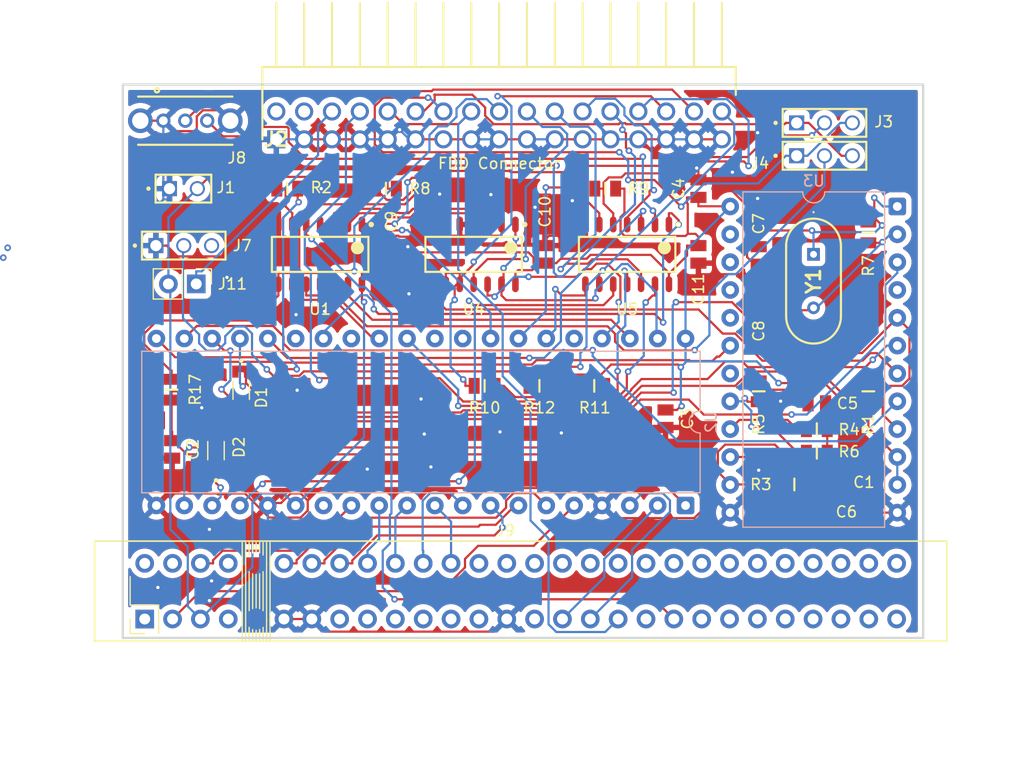
<source format=kicad_pcb>
(kicad_pcb (version 20241229) (generator "pcbnew") (generator_version "9.0")
  (layers (0 "F.Cu" signal) (2 "B.Cu" signal) (13 "F.Paste" user) (15 "B.Paste" user) (5 "F.SilkS" user "F.Silkscreen") (7 "B.SilkS" user "B.Silkscreen") (1 "F.Mask" user) (3 "B.Mask" user) (25 "Edge.Cuts" user))
  (net 0 "")
  (net 1 "GND")
  (net 2 "Net-(C1-Pad1)")
  (net 3 "Net-(U2-RESET)")
  (net 4 "+5V")
  (net 5 "Net-(C5-Pad1)")
  (net 6 "Net-(U3-CONTROL)")
  (net 7 "Net-(U3-OFFSET)")
  (net 8 "N-RST")
  (net 9 "Net-(U3-OSC1)")
  (net 10 "Net-(U3-OSC2)")
  (net 11 "Net-(U3-DRQ)")
  (net 12 "D0")
  (net 13 "A12")
  (net 14 "D5")
  (net 15 "DRD")
  (net 16 "D1")
  (net 17 "D6")
  (net 18 "D3")
  (net 19 "D4")
  (net 20 "D7")
  (net 21 "Net-(U2-SYNC)")
  (net 22 "Net-(U2-INT)")
  (net 23 "{slash}DIR")
  (net 24 "{slash}TRACK00")
  (net 25 "DS0")
  (net 26 "{slash}STEP")
  (net 27 "{slash}WRITEGATE")
  (net 28 "{slash}WRITEPROTECT")
  (net 29 "{slash}SIDESELECT")
  (net 30 "{slash}READDATA")
  (net 31 "DS1")
  (net 32 "MOTORON")
  (net 33 "Net-(J11-Pin_1)")
  (net 34 "READY")
  (net 37 "{slash}WRITEDATA")
  (net 38 "{slash}INDEX")
  (net 39 "Net-(J4-Pad02)")
  (net 40 "DWR")
  (net 42 "Net-(J8-Pad3)")
  (net 43 "D2")
  (net 81 "{slash}RESET")
  (net 82 "Net-(R2-Pad1)")
  (net 83 "Net-(U3-LPF1)")
  (net 84 "Net-(U3-LPF2)")
  (net 85 "Net-(U2-FLT{slash}TRK0)")
  (net 86 "Net-(U2-LCT{slash}DIR)")
  (net 87 "Net-(U1-Pad3)")
  (net 88 "Net-(U1-Pad2)")
  (net 89 "Net-(U2-US0)")
  (net 91 "Net-(U2-INDEX)")
  (net 92 "Net-(U2-WE)")
  (net 93 "Net-(U2-FLTR{slash}STEP)")
  (net 94 "Net-(U2-WPRT{slash}2SIDE)")
  (net 95 "Net-(U2-WINDOW)")
  (net 97 "Net-(U2-WDATA)")
  (net 98 "Net-(U2-CLK)")
  (net 99 "Net-(U2-WCLK)")
  (net 100 "Net-(U2-RDATA)")
  (net 103 "Net-(U2-READY)")
  (net 104 "Net-(U2-SIDE)")
  (net 106 "Net-(U2-!WR{slash}SEEK)")
  (net 108 "Net-(U3-RD_DATA)")
  (footprint "Mods:Resistor 0805" (layer "F.Cu") (at 112 133)
    (property "Reference" "R8")
    (property "Value" "680R" (hide yes))
  )
  (footprint "Mods:TSW-103-07-G-S" (layer "F.Cu") (at 152 130)
    (property "Reference" "J4")
    (property "Value" "BA")
  )
  (footprint "Mods:Resistor 0805" (layer "F.Cu") (at 156 151.5 -90)
    (property "Reference" "R1")
    (property "Value" "10K" (hide yes))
  )
  (footprint "Mods:Resistor 0805" (layer "F.Cu") (at 146 151.5 90)
    (property "Reference" "R5")
    (property "Value" "68K" (hide yes))
  )
  (footprint "Mods:ZX_BUS_Vertical_B_Bottom_5.08mm" (layer "F.Cu") (at 90 172.28 90)
    (property "Reference" "J9")
    (property "Value" "A-Component Side(Top) B-Solder Side(Btm)" (hide yes))
  )
  (footprint "Mods:Switch SPDT RA" (layer "F.Cu") (at 93.7 126.8)
    (property "Reference" "J8")
    (property "Value" "SIDE_SW" (hide yes))
  )
  (footprint "Mods:Capacitor 0805" (layer "F.Cu") (at 112.5 139 90)
    (property "Reference" "C9")
    (property "Value" "100nF" (hide yes))
  )
  (footprint "Mods:Resistor 0805" (layer "F.Cu") (at 132 133)
    (property "Reference" "R9")
    (property "Value" "680R" (hide yes))
  )
  (footprint "Mods:Resistor 0805" (layer "F.Cu") (at 121 151)
    (property "Reference" "R10")
    (property "Value" "680R" (hide yes))
  )
  (footprint "Mods:Resistor 0805" (layer "F.Cu") (at 151.3 157.1)
    (property "Reference" "R6")
    (property "Value" "33K" (hide yes))
  )
  (footprint "Mods:Crystal 16Mhz" (layer "F.Cu") (at 151 139 -90)
    (property "Reference" "Y1")
    (property "Value" "16Mhz" (hide yes))
  )
  (footprint "Mods:SN74HCT04DR" (layer "F.Cu") (at 134 139 -90)
    (property "Reference" "U5")
    (property "Value" "74AHCT04" (hide yes))
  )
  (footprint "Mods:Capacitor 0805" (layer "F.Cu") (at 152.9 159.9)
    (property "Reference" "C1")
    (property "Value" "10nF" (hide yes))
  )
  (footprint "Mods:Diode SMD LL4148" (layer "F.Cu") (at 96.5 156.9125 90)
    (property "Reference" "D2")
    (property "Value" "LL4148" (hide yes))
  )
  (footprint "Mods:TSW-102-07-G-S" (layer "F.Cu") (at 93.53 133)
    (property "Reference" "J1")
    (property "Value" "FDD_PWR")
  )
  (footprint "Mods:Resistor 0805" (layer "F.Cu") (at 149.25 160)
    (property "Reference" "R3")
    (property "Value" "6.8K" (hide yes))
  )
  (footprint "Mods:Capacitor 0805" (layer "F.Cu") (at 140.5 139 -90)
    (property "Reference" "C11")
    (property "Value" "100nF" (hide yes))
  )
  (footprint "Mods:Diode SMD LL4148" (layer "F.Cu") (at 98.8 151.4 -90)
    (property "Reference" "D1")
    (property "Value" "LL4148" (hide yes))
  )
  (footprint "Mods:Resistor 0805" (layer "F.Cu") (at 103 133)
    (property "Reference" "R2")
    (property "Value" "1.5K" (hide yes))
  )
  (footprint "Mods:Capacitor 0805" (layer "F.Cu") (at 146 139.1 -90)
    (property "Reference" "C7")
    (property "Value" "10pF" (hide yes))
  )
  (footprint "Mods:TSW-117-08-T-D-RA" (layer "F.Cu") (at 102 128.5)
    (property "Reference" "J2")
    (property "Value" "FDD Connector")
  )
  (footprint "Mods:SN74HCT04DR" (layer "F.Cu") (at 106 139 -90)
    (property "Reference" "U1")
    (property "Value" "74AHCT04" (hide yes))
  )
  (footprint "Mods:Resistor 0805" (layer "F.Cu") (at 151.3 154.95)
    (property "Reference" "R4")
    (property "Value" "1K5" (hide yes))
  )
  (footprint "Mods:Capacitor 0805" (layer "F.Cu") (at 92.5 156.8 -90)
    (property "Reference" "C2")
    (property "Value" "22nF" (hide yes))
  )
  (footprint "Connector_PinHeader_2.54mm:PinHeader_1x02_P2.54mm_Vertical" (layer "F.Cu") (at 94.7 141.7 -90)
    (property "Reference" "J11")
    (property "Value" "Disk Change")
  )
  (footprint "Mods:SN74HCT00DR" (layer "F.Cu") (at 120 139 -90)
    (property "Reference" "U4")
    (property "Value" "74HC00" (hide yes))
  )
  (footprint "Mods:TSW-103-07-G-S" (layer "F.Cu") (at 93.56 138.2)
    (property "Reference" "J7")
    (property "Value" "READY_SW")
  )
  (footprint "Mods:Capacitor 0805" (layer "F.Cu") (at 126.5 139 90)
    (property "Reference" "C10")
    (property "Value" "100nF" (hide yes))
  )
  (footprint "Mods:Resistor 0805" (layer "F.Cu") (at 126 151)
    (property "Reference" "R12")
    (property "Value" "680R" (hide yes))
  )
  (footprint "Mods:Resistor 0805" (layer "F.Cu") (at 92.45 151.35 -90)
    (property "Reference" "R17")
    (property "Value" "10K" (hide yes))
  )
  (footprint "Mods:Capacitor 0805" (layer "F.Cu") (at 140.5 133 90)
    (property "Reference" "C4")
    (property "Value" "100nF" (hide yes))
  )
  (footprint "Mods:Capacitor 0805" (layer "F.Cu") (at 146 143.3 90)
    (property "Reference" "C8")
    (property "Value" "10pF" (hide yes))
  )
  (footprint "Mods:Capacitor 0805" (layer "F.Cu") (at 151.4 162.5)
    (property "Reference" "C6")
    (property "Value" "47nF" (hide yes))
  )
  (footprint "Mods:Capacitor 0805" (layer "F.Cu") (at 137.5 154 -90)
    (property "Reference" "C3")
    (property "Value" "100nF" (hide yes))
  )
  (footprint "Mods:TSW-103-07-G-S" (layer "F.Cu") (at 152 127)
    (property "Reference" "J3")
    (property "Value" "AB")
  )
  (footprint "Mods:Resistor 0805" (layer "F.Cu") (at 156 137 -90)
    (property "Reference" "R7")
    (property "Value" "1M" (hide yes))
  )
  (footprint "Mods:Resistor 0805" (layer "F.Cu") (at 131 151)
    (property "Reference" "R11")
    (property "Value" "680R" (hide yes))
  )
  (footprint "Mods:Capacitor 0805" (layer "F.Cu") (at 151.3 152.6)
    (property "Reference" "C5")
    (property "Value" "1nF" (hide yes))
  )
  (footprint "Mods:SED9420" (layer "B.Cu") (at 158.64 134.63 180)
    (property "Reference" "U3")
    (property "Value" "SED9420C")
  )
  (footprint "Mods:UPD765A" (layer "B.Cu") (at 139.325 161.92 90)
    (property "Reference" "U2")
    (property "Value" "UPD765A")
  )
  (gr_line (start 88 174) (end 88 123.5) (stroke (width 0.19761)) (layer "Edge.Cuts"))
  (gr_line (start 88 123.5) (end 161 123.5) (stroke (width 0.2032)) (layer "Edge.Cuts"))
  (gr_line (start 161 174) (end 161 123.5) (stroke (width 0.2032)) (layer "Edge.Cuts"))
  (gr_line (start 88 174) (end 161 174) (stroke (width 0.2032)) (layer "Edge.Cuts"))
  (via (at 77.5 138.4) (size 0.6) (drill 0.3) (layers "F.Cu" "B.Cu") (net 0))
  (via (at 77.1 139.3) (size 0.6) (drill 0.3) (layers "F.Cu" "B.Cu") (net 0))
  (segment (start 140.3422 131.1196) (end 140.3422 131.2305) (width 0.2) (layer "F.Cu") (net 1))
  (segment (start 92.5 160.8183) (end 92.1667 160.8183) (width 0.2) (layer "F.Cu") (net 1))
  (segment (start 124.86 128.5) (end 122.32 128.5) (width 0.2) (layer "F.Cu") (net 1))
  (segment (start 92.6535 127.7535) (end 94.7483 127.7535) (width 0.2) (layer "F.Cu") (net 1))
  (segment (start 96.6821 160.899) (end 96.6014 160.8183) (width 0.2) (layer "F.Cu") (net 1))
  (segment (start 137.5 154.8) (end 137.5 156.67) (width 0.2) (layer "F.Cu") (net 1))
  (segment (start 116.19 137.3017) (end 120 137.3017) (width 0.2) (layer "F.Cu") (net 1))
  (segment (start 120 136.275) (end 120 137.3017) (width 0.2) (layer "F.Cu") (net 1))
  (segment (start 94.7483 126.4058) (end 94.7483 127.7535) (width 0.2) (layer "F.Cu") (net 1))
  (segment (start 121.8683 173.4317) (end 106.3917 173.4317) (width 0.2) (layer "F.Cu") (net 1))
  (segment (start 153.4364 162.0753) (end 153.4364 161.2003) (width 0.2) (layer "F.Cu") (net 1))
  (segment (start 97.892 160.8183) (end 97.8113 160.899) (width 0.2) (layer "F.Cu") (net 1))
  (segment (start 142.5604 132.2) (end 140.5 132.2) (width 0.2) (layer "F.Cu") (net 1))
  (segment (start 92.5 157.6) (end 92.5 160.8183) (width 0.2) (layer "F.Cu") (net 1))
  (segment (start 105.24 172.28) (end 102.7 172.28) (width 0.2) (layer "F.Cu") (net 1))
  (segment (start 95.661 128.6662) (end 100.7071 128.6662) (width 0.2) (layer "F.Cu") (net 1))
  (segment (start 104.8667 161.4636) (end 104.8667 162.3764) (width 0.2) (layer "F.Cu") (net 1))
  (segment (start 144.4001 163.5701) (end 143.4 162.57) (width 0.2) (layer "F.Cu") (net 1))
  (segment (start 130.19 136.7883) (end 130.19 137.3017) (width 0.2) (layer "F.Cu") (net 1))
  (segment (start 119.78 128.5) (end 117.24 128.5) (width 0.2) (layer "F.Cu") (net 1))
  (segment (start 104.54 128.5) (end 107.08 128.5) (width 0.2) (layer "F.Cu") (net 1))
  (segment (start 91.7 126.8) (end 92.6535 127.7535) (width 0.2) (layer "F.Cu") (net 1))
  (segment (start 116.19 136.275) (end 116.19 137.3017) (width 0.2) (layer "F.Cu") (net 1))
  (segment (start 99.1414 160.8183) (end 97.892 160.8183) (width 0.2) (layer "F.Cu") (net 1))
  (segment (start 92.1667 160.8183) (end 91.065 161.92) (width 0.2) (layer "F.Cu") (net 1))
  (segment (start 113.2488 127.6246) (end 112.3734 128.5) (width 0.2) (layer "F.Cu") (net 1))
  (segment (start 125.9817 138.2) (end 125.4633 138.2) (width 0.2) (layer "F.Cu") (net 1))
  (segment (start 102.4363 161.6907) (end 103.3087 160.8183) (width 0.2) (layer "F.Cu") (net 1))
  (segment (start 140.5 139.8) (end 140.5 140.6117) (width 0.2) (layer "F.Cu") (net 1))
  (segment (start 100.305 139.1867) (end 102.19 137.3017) (width 0.2) (layer "F.Cu") (net 1))
  (segment (start 104.2214 160.8183) (end 104.8667 161.4636) (width 0.2) (layer "F.Cu") (net 1))
  (segment (start 144.937 139.2428) (end 144.937 134.5766) (width 0.2) (layer "F.Cu") (net 1))
  (segment (start 94.7483 127.7535) (end 95.661 128.6662) (width 0.2) (layer "F.Cu") (net 1))
  (segment (start 105.999 160.3313) (end 130.1163 160.3313) (width 0.2) (layer "F.Cu") (net 1))
  (segment (start 153.7 159.9) (end 153.7 160.9367) (width 0.2) (layer "F.Cu") (net 1))
  (segment (start 132.8586 163.0736) (end 140.1151 163.0736) (width 0.2) (layer "F.Cu") (net 1))
  (segment (start 140.1151 163.0736) (end 142.0094 161.1793) (width 0.2) (layer "F.Cu") (net 1))
  (segment (start 132.48 128.5) (end 129.94 128.5) (width 0.2) (layer "F.Cu") (net 1))
  (segment (start 140.5 140.6117) (end 140.7 140.8117) (width 0.2) (layer "F.Cu") (net 1))
  (segment (start 137.5 156.67) (end 142.0094 161.1793) (width 0.2) (layer "F.Cu") (net 1))
  (segment (start 116.19 137.3017) (end 116.1017 137.39) (width 0.2) (layer "F.Cu") (net 1))
  (segment (start 131.705 161.92) (end 132.8586 163.0736) (width 0.2) (layer "F.Cu") (net 1))
  (segment (start 130.1163 160.3313) (end 131.705 161.92) (width 0.2) (layer "F.Cu") (net 1))
  (segment (start 130.19 136.7883) (end 126.9474 133.5457) (width 0.2) (layer "F.Cu") (net 1))
  (segment (start 101.4542 161.6908) (end 102.4363 161.6908) (width 0.2) (layer "F.Cu") (net 1))
  (segment (start 153.4364 161.2003) (end 153.7 160.9367) (width 0.2) (layer "F.Cu") (net 1))
  (segment (start 140.1 128.5) (end 142.64 128.5) (width 0.2) (layer "F.Cu") (net 1))
  (segment (start 126.88 137.3017) (end 130.19 137.3017) (width 0.2) (layer "F.Cu") (net 1))
  (segment (start 106.3917 173.4317) (end 105.24 172.28) (width 0.2) (layer "F.Cu") (net 1))
  (segment (start 107.08 128.5) (end 109.62 128.5) (width 0.2) (layer "F.Cu") (net 1))
  (segment (start 126.5 138.2) (end 125.9817 138.2) (width 0.2) (layer "F.Cu") (net 1))
  (segment (start 158.64 162.57) (end 157.6399 163.5701) (width 0.2) (layer "F.Cu") (net 1))
  (segment (start 120.8983 138.2) (end 125.4633 138.2) (width 0.2) (layer "F.Cu") (net 1))
  (segment (start 112.3734 128.5) (end 112.16 128.5) (width 0.2) (layer "F.Cu") (net 1))
  (segment (start 92.0067 138.2) (end 92.9934 139.1867) (width 0.2) (layer "F.Cu") (net 1))
  (segment (start 146 140.3058) (end 146 140.7117) (width 0.2) (layer "F.Cu") (net 1))
  (segment (start 127.4 128.5) (end 129.94 128.5) (width 0.2) (layer "F.Cu") (net 1))
  (segment (start 113.2202 137.39) (end 113.1334 137.3032) (width 0.2) (layer "F.Cu") (net 1))
  (segment (start 104.8667 161.4636) (end 105.999 160.3313) (width 0.2) (layer "F.Cu") (net 1))
  (segment (start 140.5 132.2) (end 140.5 131.3883) (width 0.2) (layer "F.Cu") (net 1))
  (segment (start 95.3058 125.8483) (end 94.7483 126.4058) (width 0.2) (layer "F.Cu") (net 1))
  (segment (start 101.225 161.92) (end 101.4542 161.6908) (width 0.2) (layer "F.Cu") (net 1))
  (segment (start 97.8 126.8) (end 96.8483 125.8483) (width 0.2) (layer "F.Cu") (net 1))
  (segment (start 104.8667 162.3764) (end 104.2214 163.0217) (width 0.2) (layer "F.Cu") (net 1))
  (segment (start 125.9817 138.2) (end 126.88 137.3017) (width 0.2) (layer "F.Cu") (net 1))
  (segment (start 102 128.5) (end 100.8733 128.5) (width 0.2) (layer "F.Cu") (net 1))
  (segment (start 102.4363 161.6908) (end 102.4363 161.6907) (width 0.2) (layer "F.Cu") (net 1))
  (segment (start 142.0094 161.1793) (end 143.4 162.57) (width 0.2) (layer "F.Cu") (net 1))
  (segment (start 144.937 134.5766) (end 142.5604 132.2) (width 0.2) (layer "F.Cu") (net 1))
  (segment (start 92.9934 139.1867) (end 100.305 139.1867) (width 0.2) (layer "F.Cu") (net 1))
  (segment (start 103.3087 160.8183) (end 104.2214 160.8183) (width 0.2) (layer "F.Cu") (net 1))
  (segment (start 146 139.9) (end 146 140.3058) (width 0.2) (layer "F.Cu") (net 1))
  (segment (start 135.02 128.5) (end 137.56 128.5) (width 0.2) (layer "F.Cu") (net 1))
  (segment (start 112.5851 137.3032) (end 112.5 137.3883) (width 0.2) (layer "F.Cu") (net 1))
  (segment (start 114.7 128.5) (end 117.24 128.5) (width 0.2) (layer "F.Cu") (net 1))
  (segment (start 145.9 140.8117) (end 146 140.7117) (width 0.2) (layer "F.Cu") (net 1))
  (segment (start 152.2 162.5) (end 153.0117 162.5) (width 0.2) (layer "F.Cu") (net 1))
  (segment (start 101.3448 163.0217) (end 99.1414 160.8183) (width 0.2) (layer "F.Cu") (net 1))
  (segment (start 116.1017 137.39) (end 113.2202 137.39) (width 0.2) (layer "F.Cu") (net 1))
  (segment (start 153.0117 162.5) (end 153.4364 162.0753) (width 0.2) (layer "F.Cu") (net 1))
  (segment (start 140.7 140.8117) (end 145.9 140.8117) (width 0.2) (layer "F.Cu") (net 1))
  (segment (start 113.1334 137.3032) (end 112.5851 137.3032) (width 0.2) (layer "F.Cu") (net 1))
  (segment (start 123.02 172.28) (end 121.8683 173.4317) (width 0.2) (layer "F.Cu") (net 1))
  (segment (start 97.8113 160.899) (end 96.6821 160.899) (width 0.2) (layer "F.Cu") (net 1))
  (segment (start 158.64 162.57) (end 153.9311 162.57) (width 0.2) (layer "F.Cu") (net 1))
  (segment (start 146 142.5) (end 146 140.7117) (width 0.2) (layer "F.Cu") (net 1))
  (segment (start 146 140.3058) (end 144.937 139.2428) (width 0.2) (layer "F.Cu") (net 1))
  (segment (start 91.02 138.2) (end 92.0067 138.2) (width 0.2) (layer "F.Cu") (net 1))
  (segment (start 96.6014 160.8183) (end 92.5 160.8183) (width 0.2) (layer "F.Cu") (net 1))
  (segment (start 100.7071 128.6662) (end 100.8733 128.5) (width 0.2) (layer "F.Cu") (net 1))
  (segment (start 153.9311 162.57) (end 153.4364 162.0753) (width 0.2) (layer "F.Cu") (net 1))
  (segment (start 102.19 136.275) (end 102.19 137.3017) (width 0.2) (layer "F.Cu") (net 1))
  (segment (start 104.2214 163.0217) (end 101.3448 163.0217) (width 0.2) (layer "F.Cu") (net 1))
  (segment (start 130.19 136.275) (end 130.19 136.7883) (width 0.2) (layer "F.Cu") (net 1))
  (segment (start 120 136.275) (end 118.73 136.275) (width 0.2) (layer "F.Cu") (net 1))
  (segment (start 120 137.3017) (end 120.8983 138.2) (width 0.2) (layer "F.Cu") (net 1))
  (segment (start 126.9474 133.5457) (end 121.572 133.5457) (width 0.2) (layer "F.Cu") (net 1))
  (segment (start 157.6399 163.5701) (end 144.4001 163.5701) (width 0.2) (layer "F.Cu") (net 1))
  (segment (start 96.8483 125.8483) (end 95.3058 125.8483) (width 0.2) (layer "F.Cu") (net 1))
  (segment (start 112.5 138.2) (end 112.5 137.3883) (width 0.2) (layer "F.Cu") (net 1))
  (segment (start 140.3422 131.2305) (end 140.5 131.3883) (width 0.2) (layer "F.Cu") (net 1))
  (segment (start 89.6 126.8) (end 91.7 126.8) (width 0.2) (layer "F.Cu") (net 1))
  (via (at 122.4 155.2) (size 0.6) (drill 0.3) (layers "F.Cu" "B.Cu") (net 1))
  (via (at 116.9 133.5) (size 0.6) (drill 0.3) (layers "F.Cu" "B.Cu") (net 1))
  (via (at 97.5 141.1) (size 0.6) (drill 0.3) (layers "F.Cu" "B.Cu") (net 1))
  (via (at 106.1 133) (size 0.6) (drill 0.3) (layers "F.Cu" "B.Cu") (net 1))
  (via (at 91.2 169.4) (size 0.6) (drill 0.3) (layers "F.Cu" "B.Cu") (net 1))
  (via (at 95.2 153) (size 0.6) (drill 0.3) (layers "F.Cu" "B.Cu") (net 1))
  (via (at 95.9 164.1) (size 0.6) (drill 0.3) (layers "F.Cu" "B.Cu") (net 1))
  (via (at 116.1 158.4) (size 0.6) (drill 0.3) (layers "F.Cu" "B.Cu") (net 1))
  (via (at 125.6 134.7) (size 0.6) (drill 0.3) (layers "F.Cu" "B.Cu") (net 1))
  (via (at 128 155.3) (size 0.6) (drill 0.3) (layers "F.Cu" "B.Cu") (net 1))
  (via (at 103.9 151.4) (size 0.6) (drill 0.3) (layers "F.Cu" "B.Cu") (net 1))
  (via (at 114 138.3) (size 0.6) (drill 0.3) (layers "F.Cu" "B.Cu") (net 1))
  (via (at 114.1 142.6) (size 0.6) (drill 0.3) (layers "F.Cu" "B.Cu") (net 1))
  (via (at 115.2 152.2) (size 0.6) (drill 0.3) (layers "F.Cu" "B.Cu") (net 1))
  (via (at 143.6 131.5) (size 0.6) (drill 0.3) (layers "F.Cu" "B.Cu") (net 1))
  (via (at 148 152.4) (size 0.6) (drill 0.3) (layers "F.Cu" "B.Cu") (net 1))
  (via (at 106.4 144.2) (size 0.6) (drill 0.3) (layers "F.Cu" "B.Cu") (net 1))
  (via (at 110.3 158.6) (size 0.6) (drill 0.3) (layers "F.Cu" "B.Cu") (net 1))
  (via (at 140.3422 131.1196) (size 0.6) (drill 0.3) (layers "F.Cu" "B.Cu") (net 1))
  (via (at 146 158.7) (size 0.6) (drill 0.3) (layers "F.Cu" "B.Cu") (net 1))
  (via (at 96.1 168.8) (size 0.6) (drill 0.3) (layers "F.Cu" "B.Cu") (net 1))
  (via (at 129 134.1) (size 0.6) (drill 0.3) (layers "F.Cu" "B.Cu") (net 1))
  (via (at 103.8 144.5) (size 0.6) (drill 0.3) (layers "F.Cu" "B.Cu") (net 1))
  (via (at 145.9 127.9) (size 0.6) (drill 0.3) (layers "F.Cu" "B.Cu") (net 1))
  (via (at 121.572 133.5457) (size 0.6) (drill 0.3) (layers "F.Cu" "B.Cu") (net 1))
  (via (at 145.9 133.9) (size 0.6) (drill 0.3) (layers "F.Cu" "B.Cu") (net 1))
  (via (at 115.5 155.4) (size 0.6) (drill 0.3) (layers "F.Cu" "B.Cu") (net 1))
  (via (at 95.9 170.6) (size 0.6) (drill 0.3) (layers "F.Cu" "B.Cu") (net 1))
  (via (at 113.2488 127.6246) (size 0.6) (drill 0.3) (layers "F.Cu" "B.Cu") (net 1))
  (segment (start 140.1 128.5) (end 137.56 128.5) (width 0.2) (layer "B.Cu") (net 1))
  (segment (start 121.572 128.5) (end 119.78 128.5) (width 0.2) (layer "B.Cu") (net 1))
  (segment (start 135.02 128.5) (end 132.48 128.5) (width 0.2) (layer "B.Cu") (net 1))
  (segment (start 91.02 134.6667) (end 91.7 133.9867) (width 0.2) (layer "B.Cu") (net 1))
  (segment (start 91.065 161.92) (end 89.917 160.772) (width 0.2) (layer "B.Cu") (net 1))
  (segment (start 122.32 128.5) (end 121.572 128.5) (width 0.2) (layer "B.Cu") (net 1))
  (segment (start 109.62 128.5) (end 112.16 128.5) (width 0.2) (layer "B.Cu") (net 1))
  (segment (start 121.572 133.5457) (end 121.572 128.5) (width 0.2) (layer "B.Cu") (net 1))
  (segment (start 89.917 160.772) (end 89.917 140.2897) (width 0.2) (layer "B.Cu") (net 1))
  (segment (start 89.917 140.2897) (end 91.02 139.1867) (width 0.2) (layer "B.Cu") (net 1))
  (segment (start 91.7 133.9867) (end 91.7 126.8) (width 0.2) (layer "B.Cu") (net 1))
  (segment (start 114.7 128.5) (end 114.1242 128.5) (width 0.2) (layer "B.Cu") (net 1))
  (segment (start 91.7 133.9867) (end 92.26 133.9867) (width 0.2) (layer "B.Cu") (net 1))
  (segment (start 101.225 170.805) (end 102.7 172.28) (width 0.2) (layer "B.Cu") (net 1))
  (segment (start 91.02 138.2) (end 91.02 134.6667) (width 0.2) (layer "B.Cu") (net 1))
  (segment (start 102 128.5) (end 104.54 128.5) (width 0.2) (layer "B.Cu") (net 1))
  (segment (start 114.1242 128.5) (end 113.2488 127.6246) (width 0.2) (layer "B.Cu") (net 1))
  (segment (start 137.56 128.5) (end 140.1796 131.1196) (width 0.2) (layer "B.Cu") (net 1))
  (segment (start 91.02 138.2) (end 91.02 139.1867) (width 0.2) (layer "B.Cu") (net 1))
  (segment (start 92.26 133) (end 92.26 133.9867) (width 0.2) (layer "B.Cu") (net 1))
  (segment (start 101.225 161.92) (end 101.225 170.805) (width 0.2) (layer "B.Cu") (net 1))
  (segment (start 124.86 128.5) (end 127.4 128.5) (width 0.2) (layer "B.Cu") (net 1))
  (segment (start 140.1796 131.1196) (end 140.3422 131.1196) (width 0.2) (layer "B.Cu") (net 1))
  (segment (start 150.2 160) (end 151.1883 160) (width 0.2) (layer "F.Cu") (net 2))
  (segment (start 152.1 159.9) (end 151.2883 159.9) (width 0.2) (layer "F.Cu") (net 2))
  (segment (start 151.1883 160) (end 151.2883 159.9) (width 0.2) (layer "F.Cu") (net 2))
  (segment (start 103.95 133) (end 103.95 134.1515) (width 0.2) (layer "F.Cu") (net 3))
  (segment (start 92.5 155.5941) (end 92.5 155.9113) (width 0.2) (layer "F.Cu") (net 3))
  (segment (start 92.45 155.1383) (end 92.45 152.3) (width 0.2) (layer "F.Cu") (net 3))
  (segment (start 95.9433 148.8067) (end 101.8748 148.8067) (width 0.2) (layer "F.Cu") (net 3))
  (segment (start 102.5475 149.4794) (end 103.8613 149.4794) (width 0.2) (layer "F.Cu") (net 3))
  (segment (start 93.2517 151.4983) (end 95.9433 148.8067) (width 0.2) (layer "F.Cu") (net 3))
  (segment (start 134.6591 157.2541) (end 139.325 161.92) (width 0.2) (layer "F.Cu") (net 3))
  (segment (start 103.95 134.1515) (end 104.0354 134.2369) (width 0.2) (layer "F.Cu") (net 3))
  (segment (start 101.8748 148.8067) (end 102.5475 149.4794) (width 0.2) (layer "F.Cu") (net 3))
  (segment (start 92.45 152.3) (end 92.45 151.4983) (width 0.2) (layer "F.Cu") (net 3))
  (segment (start 92.5 156) (end 92.5 155.5941) (width 0.2) (layer "F.Cu") (net 3))
  (segment (start 92.5 155.5941) (end 92.5 155.1883) (width 0.2) (layer "F.Cu") (net 3))
  (segment (start 92.5 155.9113) (end 93.8428 157.2541) (width 0.2) (layer "F.Cu") (net 3))
  (segment (start 92.5 155.1883) (end 92.45 155.1383) (width 0.2) (layer "F.Cu") (net 3))
  (segment (start 93.8428 157.2541) (end 134.6591 157.2541) (width 0.2) (layer "F.Cu") (net 3))
  (segment (start 92.45 151.4983) (end 93.2517 151.4983) (width 0.2) (layer "F.Cu") (net 3))
  (via (at 103.8613 149.4794) (size 0.6) (drill 0.3) (layers "F.Cu" "B.Cu") (net 3))
  (via (at 104.0354 134.2369) (size 0.6) (drill 0.3) (layers "F.Cu" "B.Cu") (net 3))
  (segment (start 103.7948 149.0776) (end 103.8613 149.1441) (width 0.2) (layer "B.Cu") (net 3))
  (segment (start 103.7948 149.0776) (end 102.6269 147.9097) (width 0.2) (layer "B.Cu") (net 3))
  (segment (start 103.8613 149.1441) (end 103.8613 149.4794) (width 0.2) (layer "B.Cu") (net 3))
  (segment (start 102.6269 147.9097) (end 102.6269 135.6454) (width 0.2) (layer "B.Cu") (net 3))
  (segment (start 102.6269 135.6454) (end 104.0354 134.2369) (width 0.2) (layer "B.Cu") (net 3))
  (segment (start 130.4207 139.282) (end 130.3044 139.3983) (width 0.2) (layer "F.Cu") (net 4))
  (segment (start 127.9384 139.3983) (end 127.5367 139.8) (width 0.2) (layer "F.Cu") (net 4))
  (segment (start 137.5 153.2) (end 138.5367 153.2) (width 0.2) (layer "F.Cu") (net 4))
  (segment (start 114.1183 139.8) (end 112.5 139.8) (width 0.2) (layer "F.Cu") (net 4))
  (segment (start 139.5283 137.1251) (end 139.5283 134.3989) (width 0.2) (layer "F.Cu") (net 4))
  (segment (start 125.9817 139.8) (end 125.3375 140.4442) (width 0.2) (layer "F.Cu") (net 4))
  (segment (start 140.5 133.8) (end 140.5 134.6117) (width 0.2) (layer "F.Cu") (net 4))
  (segment (start 125.4633 139.8) (end 125.4633 139.2803) (width 0.2) (layer "F.Cu") (net 4))
  (segment (start 133.7517 135.2473) (end 133.3983 135.6007) (width 0.2) (layer "F.Cu") (net 4))
  (segment (start 123.7784 152.0267) (end 125.9233 152.0267) (width 0.2) (layer "F.Cu") (net 4))
  (segment (start 110.003 143.342) (end 109.81 143.149) (width 0.2) (layer "F.Cu") (net 4))
  (segment (start 109.81 141.725) (end 109.81 140.6983) (width 0.2) (layer "F.Cu") (net 4))
  (segment (start 130.3044 139.3983) (end 127.9384 139.3983) (width 0.2) (layer "F.Cu") (net 4))
  (segment (start 131.95 151) (end 131.1483 151) (width 0.2) (layer "F.Cu") (net 4))
  (segment (start 153.7 152.45) (end 156 152.45) (width 0.2) (layer "F.Cu") (net 4))
  (segment (start 133.767 137.318) (end 139.3354 137.318) (width 0.2) (layer "F.Cu") (net 4))
  (segment (start 109.8966 140.6117) (end 109.81 140.6983) (width 0.2) (layer "F.Cu") (net 4))
  (segment (start 125.4633 139.2803) (end 124.9977 138.8147) (width 0.2) (layer "F.Cu") (net 4))
  (segment (start 122.7517 151) (end 123.7784 152.0267) (width 0.2) (layer "F.Cu") (net 4))
  (segment (start 132.95 133) (end 133.7517 133) (width 0.2) (layer "F.Cu") (net 4))
  (segment (start 115.1036 138.8147) (end 114.1183 139.8) (width 0.2) (layer "F.Cu") (net 4))
  (segment (start 147.8104 150.7462) (end 151.9962 150.7462) (width 0.2) (layer "F.Cu") (net 4))
  (segment (start 137.81 141.2116) (end 137.81 140.7691) (width 0.2) (layer "F.Cu") (net 4))
  (segment (start 140.5 138.2) (end 140.5 137.3883) (width 0.2) (layer "F.Cu") (net 4))
  (segment (start 131.1483 150.4466) (end 132.5381 149.0568) (width 0.2) (layer "F.Cu") (net 4))
  (segment (start 151.9962 150.7462) (end 153.7 152.45) (width 0.2) (layer "F.Cu") (net 4))
  (segment (start 139.3354 137.318) (end 139.5283 137.1251) (width 0.2) (layer "F.Cu") (net 4))
  (segment (start 124.9977 138.8147) (end 115.1036 138.8147) (width 0.2) (layer "F.Cu") (net 4))
  (segment (start 128.7784 149.9733) (end 130.675 149.9733) (width 0.2) (layer "F.Cu") (net 4))
  (segment (start 130.4207 139.282) (end 130.3044 139.3983) (width 0.2) (layer "F.Cu") (net 4))
  (segment (start 137.81 140.6983) (end 136.1583 139.0466) (width 0.2) (layer "F.Cu") (net 4))
  (segment (start 112.1483 133) (end 112.1483 132.3987) (width 0.2) (layer "F.Cu") (net 4))
  (segment (start 136.1583 139.0466) (end 130.6561 139.0466) (width 0.2) (layer "F.Cu") (net 4))
  (segment (start 138.8811 152.8556) (end 138.9715 152.8556) (width 0.2) (layer "F.Cu") (net 4))
  (segment (start 126.5 139.8) (end 127.5367 139.8) (width 0.2) (layer "F.Cu") (net 4))
  (segment (start 140.5 138.2) (end 139.4633 138.2) (width 0.2) (layer "F.Cu") (net 4))
  (segment (start 138.6586 149.0568) (end 138.8973 149.2955) (width 0.2) (layer "F.Cu") (net 4))
  (segment (start 139.5283 134.3989) (end 139.4633 134.3339) (width 0.2) (layer "F.Cu") (net 4))
  (segment (start 112.5 140.6117) (end 109.8966 140.6117) (width 0.2) (layer "F.Cu") (net 4))
  (segment (start 112.1483 132.3987) (end 111.6754 131.9258) (width 0.2) (layer "F.Cu") (net 4))
  (segment (start 130.6561 139.0466) (end 130.4207 139.282) (width 0.2) (layer "F.Cu") (net 4))
  (segment (start 126.5 139.8) (end 125.9817 139.8) (width 0.2) (layer "F.Cu") (net 4))
  (segment (start 137.81 141.725) (end 137.81 141.2116) (width 0.2) (layer "F.Cu") (net 4))
  (segment (start 140.5 134.6117) (end 143.3817 134.6117) (width 0.2) (layer "F.Cu") (net 4))
  (segment (start 112.95 133) (end 112.1483 133) (width 0.2) (layer "F.Cu") (net 4))
  (segment (start 123.81 141.725) (end 123.81 140.6983) (width 0.2) (layer "F.Cu") (net 4))
  (segment (start 130.675 149.9733) (end 131.1483 150.4466) (width 0.2) (layer "F.Cu") (net 4))
  (segment (start 125.9233 152.0267) (end 126.95 151) (width 0.2) (layer "F.Cu") (net 4))
  (segment (start 109.81 143.149) (end 109.81 141.725) (width 0.2) (layer "F.Cu") (net 4))
  (segment (start 133.7517 133) (end 133.7517 135.2473) (width 0.2) (layer "F.Cu") (net 4))
  (segment (start 139.5283 137.1251) (end 140.2368 137.1251) (width 0.2) (layer "F.Cu") (net 4))
  (segment (start 125.9817 139.8) (end 125.4633 139.8) (width 0.2) (layer "F.Cu") (net 4))
  (segment (start 138.5367 153.2) (end 138.8811 152.8556) (width 0.2) (layer "F.Cu") (net 4))
  (segment (start 140.5 133.8) (end 139.4633 133.8) (width 0.2) (layer "F.Cu") (net 4))
  (segment (start 156 154.85) (end 158.64 157.49) (width 0.2) (layer "F.Cu") (net 4))
  (segment (start 139.4633 139.1158) (end 137.81 140.7691) (width 0.2) (layer "F.Cu") (net 4))
  (segment (start 131.1483 151) (end 131.1483 150.4466) (width 0.2) (layer "F.Cu") (net 4))
  (segment (start 140.2368 137.1251) (end 140.5 137.3883) (width 0.2) (layer "F.Cu") (net 4))
  (segment (start 124.0641 140.4442) (end 123.81 140.6983) (width 0.2) (layer "F.Cu") (net 4))
  (segment (start 121.95 151) (end 122.7517 151) (width 0.2) (layer "F.Cu") (net 4))
  (segment (start 139.4633 134.3339) (end 139.4633 133.8) (width 0.2) (layer "F.Cu") (net 4))
  (segment (start 126.95 151) (end 127.7517 151) (width 0.2) (layer "F.Cu") (net 4))
  (segment (start 95.8742 131.9258) (end 94.8 133) (width 0.2) (layer "F.Cu") (net 4))
  (segment (start 137.81 140.7691) (end 137.81 140.6983) (width 0.2) (layer "F.Cu") (net 4))
  (segment (start 133.3983 135.6007) (end 133.3983 136.9493) (width 0.2) (layer "F.Cu") (net 4))
  (segment (start 139.4633 138.2) (end 139.4633 139.1158) (width 0.2) (layer "F.Cu") (net 4))
  (segment (start 156 152.45) (end 156 154.85) (width 0.2) (layer "F.Cu") (net 4))
  (segment (start 112.5 139.8) (end 112.5 140.6117) (width 0.2) (layer "F.Cu") (net 4))
  (segment (start 143.3817 134.6117) (end 143.4 134.63) (width 0.2) (layer "F.Cu") (net 4))
  (segment (start 133.3983 136.9493) (end 133.767 137.318) (width 0.2) (layer "F.Cu") (net 4))
  (segment (start 125.3375 140.4442) (end 124.0641 140.4442) (width 0.2) (layer "F.Cu") (net 4))
  (segment (start 111.6754 131.9258) (end 95.8742 131.9258) (width 0.2) (layer "F.Cu") (net 4))
  (segment (start 127.7517 151) (end 128.7784 149.9733) (width 0.2) (layer "F.Cu") (net 4))
  (segment (start 132.5381 149.0568) (end 138.6586 149.0568) (width 0.2) (layer "F.Cu") (net 4))
  (via (at 138.8973 149.2955) (size 0.6) (drill 0.3) (layers "F.Cu" "B.Cu") (net 4))
  (via (at 110.003 143.342) (size 0.6) (drill 0.3) (layers "F.Cu" "B.Cu") (net 4))
  (via (at 138.9715 152.8556) (size 0.6) (drill 0.3) (layers "F.Cu" "B.Cu") (net 4))
  (via (at 147.8104 150.7462) (size 0.6) (drill 0.3) (layers "F.Cu" "B.Cu") (net 4))
  (segment (start 139.325 138.705) (end 143.4 134.63) (width 0.2) (layer "B.Cu") (net 4))
  (segment (start 138.9715 152.8556) (end 138.8973 152.7814) (width 0.2) (layer "B.Cu") (net 4))
  (segment (start 99.8198 167.5402) (end 99.8198 161.672) (width 0.2) (layer "B.Cu") (net 4))
  (segment (start 145.8325 148.7683) (end 139.325 148.7683) (width 0.2) (layer "B.Cu") (net 4))
  (segment (start 103.765 161.92) (end 110.003 155.682) (width 0.2) (layer "B.Cu") (net 4))
  (segment (start 139.325 148.7683) (end 139.325 146.68) (width 0.2) (layer "B.Cu") (net 4))
  (segment (start 139.325 146.68) (end 139.325 138.705) (width 0.2) (layer "B.Cu") (net 4))
  (segment (start 138.8973 152.7814) (end 138.8973 149.2955) (width 0.2) (layer "B.Cu") (net 4))
  (segment (start 158.64 157.49) (end 158.64 160.03) (width 0.2) (layer "B.Cu") (net 4))
  (segment (start 139.325 148.8678) (end 139.325 148.7683) (width 0.2) (layer "B.Cu") (net 4))
  (segment (start 95.08 172.28) (end 99.8198 167.5402) (width 0.2) (layer "B.Cu") (net 4))
  (segment (start 92.16 141.7) (end 92.16 135.64) (width 0.2) (layer "B.Cu") (net 4))
  (segment (start 138.8973 149.2955) (end 139.325 148.8678) (width 0.2) (layer "B.Cu") (net 4))
  (segment (start 93.9283 171.1283) (end 93.9283 165.6948) (width 0.2) (layer "B.Cu") (net 4))
  (segment (start 99.8198 161.672) (end 100.6742 160.8176) (width 0.2) (layer "B.Cu") (net 4))
  (segment (start 92.16 135.64) (end 94.8 133) (width 0.2) (layer "B.Cu") (net 4))
  (segment (start 92.335 141.875) (end 92.16 141.7) (width 0.2) (layer "B.Cu") (net 4))
  (segment (start 92.335 164.1015) (end 92.335 141.875) (width 0.2) (layer "B.Cu") (net 4))
  (segment (start 102.6626 160.8176) (end 103.765 161.92) (width 0.2) (layer "B.Cu") (net 4))
  (segment (start 147.8104 150.7462) (end 145.8325 148.7683) (width 0.2) (layer "B.Cu") (net 4))
  (segment (start 95.08 172.28) (end 93.9283 171.1283) (width 0.2) (layer "B.Cu") (net 4))
  (segment (start 100.6742 160.8176) (end 102.6626 160.8176) (width 0.2) (layer "B.Cu") (net 4))
  (segment (start 110.003 155.682) (end 110.003 143.342) (width 0.2) (layer "B.Cu") (net 4))
  (segment (start 93.9283 165.6948) (end 92.335 164.1015) (width 0.2) (layer "B.Cu") (net 4))
  (segment (start 150.5 152.6) (end 149.6883 152.6) (width 0.2) (layer "F.Cu") (net 5))
  (segment (start 146 150.55) (end 146 151.3517) (width 0.2) (layer "F.Cu") (net 5))
  (segment (start 148.44 151.3517) (end 149.6883 152.6) (width 0.2) (layer "F.Cu") (net 5))
  (segment (start 146 151.3517) (end 148.44 151.3517) (width 0.2) (layer "F.Cu") (net 5))
  (segment (start 150.9626 158.187) (end 149.2946 158.187) (width 0.2) (layer "F.Cu") (net 6))
  (segment (start 151.4483 157.1) (end 151.4483 157.7013) (width 0.2) (layer "F.Cu") (net 6))
  (segment (start 149.2946 158.187) (end 147.4691 156.3615) (width 0.2) (layer "F.Cu") (net 6))
  (segment (start 152.1 153.7733) (end 152.25 153.9233) (width 0.2) (layer "F.Cu") (net 6))
  (segment (start 148.3 160) (end 143.43 160) (width 0.2) (layer "F.Cu") (net 6))
  (segment (start 142.2742 158.8442) (end 143.43 160) (width 0.2) (layer "F.Cu") (net 6))
  (segment (start 142.2742 157.0216) (end 142.2742 158.8442) (width 0.2) (layer "F.Cu") (net 6))
  (segment (start 142.9343 156.3615) (end 142.2742 157.0216) (width 0.2) (layer "F.Cu") (net 6))
  (segment (start 151.4483 157.7013) (end 150.9626 158.187) (width 0.2) (layer "F.Cu") (net 6))
  (segment (start 143.43 160) (end 143.4 160.03) (width 0.2) (layer "F.Cu") (net 6))
  (segment (start 152.25 157.1) (end 151.4483 157.1) (width 0.2) (layer "F.Cu") (net 6))
  (segment (start 152.25 154.95) (end 152.25 157.1) (width 0.2) (layer "F.Cu") (net 6))
  (segment (start 152.1 152.6) (end 152.1 153.7733) (width 0.2) (layer "F.Cu") (net 6))
  (segment (start 147.4691 156.3615) (end 142.9343 156.3615) (width 0.2) (layer "F.Cu") (net 6))
  (segment (start 152.25 154.95) (end 152.25 153.9233) (width 0.2) (layer "F.Cu") (net 6))
  (segment (start 149.1252 161.8369) (end 149.7883 162.5) (width 0.2) (layer "F.Cu") (net 7))
  (segment (start 143.4 157.49) (end 147.5269 157.49) (width 0.2) (layer "F.Cu") (net 7))
  (segment (start 150.6 162.5) (end 149.7883 162.5) (width 0.2) (layer "F.Cu") (net 7))
  (segment (start 149.1252 159.0883) (end 149.1252 161.8369) (width 0.2) (layer "F.Cu") (net 7))
  (segment (start 147.5269 157.49) (end 149.1252 159.0883) (width 0.2) (layer "F.Cu") (net 7))
  (segment (start 89.959 147.2075) (end 92.3498 149.5983) (width 0.2) (layer "F.Cu") (net 8))
  (segment (start 123.2096 131.386) (end 123.2436 131.352) (width 0.2) (layer "F.Cu") (net 8))
  (segment (start 123.2436 131.352) (end 123.3901 131.4985) (width 0.2) (layer "F.Cu") (net 8))
  (segment (start 89.959 146.2237) (end 89.959 147.2075) (width 0.2) (layer "F.Cu") (net 8))
  (segment (start 138.7206 130.35) (end 138.6251 130.4455) (width 0.2) (layer "F.Cu") (net 8))
  (segment (start 104.0951 140.6983) (end 104.0951 135.6182) (width 0.2) (layer "F.Cu") (net 8))
  (segment (start 138.7206 130.35) (end 138.6251 130.4455) (width 0.2) (layer "F.Cu") (net 8))
  (segment (start 99.9065 145.0352) (end 91.1475 145.0352) (width 0.2) (layer "F.Cu") (net 8))
  (segment (start 138.151 130.9196) (end 138.6251 130.4455) (width 0.2) (layer "F.Cu") (net 8))
  (segment (start 106 141.725) (end 106 140.6983) (width 0.2) (layer "F.Cu") (net 8))
  (segment (start 102.19 141.725) (end 102.19 142.7517) (width 0.2) (layer "F.Cu") (net 8))
  (segment (start 105.2849 134.4284) (end 113.7413 134.4284) (width 0.2) (layer "F.Cu") (net 8))
  (segment (start 123.3901 131.4985) (end 129.1841 131.4985) (width 0.2) (layer "F.Cu") (net 8))
  (segment (start 102.19 141.725) (end 102.19 140.6983) (width 0.2) (layer "F.Cu") (net 8))
  (segment (start 91.1475 145.0352) (end 89.959 146.2237) (width 0.2) (layer "F.Cu") (net 8))
  (segment (start 116.7837 131.386) (end 123.2096 131.386) (width 0.2) (layer "F.Cu") (net 8))
  (segment (start 138.9545 130.1161) (end 144.9614 130.1161) (width 0.2) (layer "F.Cu") (net 8))
  (segment (start 104.0951 135.6182) (end 105.2849 134.4284) (width 0.2) (layer "F.Cu") (net 8))
  (segment (start 146.9358 128.1417) (end 150.8464 128.1417) (width 0.2) (layer "F.Cu") (net 8))
  (segment (start 92.3498 149.5983) (end 92.45 149.5983) (width 0.2) (layer "F.Cu") (net 8))
  (segment (start 144.9614 130.1161) (end 146.9358 128.1417) (width 0.2) (layer "F.Cu") (net 8))
  (segment (start 138.7206 130.35) (end 138.9545 130.1161) (width 0.2) (layer "F.Cu") (net 8))
  (segment (start 92.45 150.4) (end 92.45 149.5983) (width 0.2) (layer "F.Cu") (net 8))
  (segment (start 129.5982 131.0844) (end 129.763 130.9196) (width 0.2) (layer "F.Cu") (net 8))
  (segment (start 129.1841 131.4985) (end 129.5982 131.0844) (width 0.2) (layer "F.Cu") (net 8))
  (segment (start 113.7413 134.4284) (end 116.7837 131.386) (width 0.2) (layer "F.Cu") (net 8))
  (segment (start 129.5982 131.0844) (end 129.763 130.9196) (width 0.2) (layer "F.Cu") (net 8))
  (segment (start 123.2096 131.386) (end 123.2436 131.352) (width 0.2) (layer "F.Cu") (net 8))
  (segment (start 102.19 142.7517) (end 99.9065 145.0352) (width 0.2) (layer "F.Cu") (net 8))
  (segment (start 102.19 140.6983) (end 104.0951 140.6983) (width 0.2) (layer "F.Cu") (net 8))
  (segment (start 104.0951 140.6983) (end 106 140.6983) (width 0.2) (layer "F.Cu") (net 8))
  (segment (start 129.763 130.9196) (end 138.151 130.9196) (width 0.2) (layer "F.Cu") (net 8))
  (via (at 150.8464 128.1417) (size 0.6) (drill 0.3) (layers "F.Cu" "B.Cu") (net 8))
  (segment (start 152 127) (end 150.8583 128.1417) (width 0.2) (layer "B.Cu") (net 8))
  (segment (start 150.8583 128.1417) (end 150.8464 128.1417) (width 0.2) (layer "B.Cu") (net 8))
  (segment (start 156.5415 134.7068) (end 156 135.2483) (width 0.2) (layer "F.Cu") (net 9))
  (segment (start 156.6431 135.75) (end 157.249 136.3559) (width 0.2) (layer "F.Cu") (net 9))
  (segment (start 146.6683 136.82) (end 146 137.4883) (width 0.2) (layer "F.Cu") (net 9))
  (segment (start 146 138.3) (end 146 137.4883) (width 0.2) (layer "F.Cu") (net 9))
  (segment (start 156 136.05) (end 156 135.75) (width 0.2) (layer "F.Cu") (net 9))
  (segment (start 156.5415 133.8376) (end 156.5415 134.7068) (width 0.2) (layer "F.Cu") (net 9))
  (segment (start 156 135.75) (end 156 135.2483) (width 0.2) (layer "F.Cu") (net 9))
  (segment (start 150.852 136.82) (end 146.6683 136.82) (width 0.2) (layer "F.Cu") (net 9))
  (segment (start 156 135.75) (end 156.6431 135.75) (width 0.2) (layer "F.Cu") (net 9))
  (via (at 150.852 136.82) (size 0.6) (drill 0.3) (layers "F.Cu" "B.Cu") (net 9))
  (via (at 156.5415 133.8376) (size 0.6) (drill 0.3) (layers "F.Cu" "B.Cu") (net 9))
  (via (at 157.249 136.3559) (size 0.6) (drill 0.3) (layers "F.Cu" "B.Cu") (net 9))
  (segment (start 158.64 134.63) (end 157.3339 134.63) (width 0.2) (layer "B.Cu") (net 9))
  (segment (start 151 139) (end 151 136.968) (width 0.2) (layer "B.Cu") (net 9))
  (segment (start 151 136.968) (end 150.852 136.82) (width 0.2) (layer "B.Cu") (net 9))
  (segment (start 156.6369 136.968) (end 151 136.968) (width 0.2) (layer "B.Cu") (net 9))
  (segment (start 157.3339 134.63) (end 156.5415 133.8376) (width 0.2) (layer "B.Cu") (net 9))
  (segment (start 157.249 136.3559) (end 156.6369 136.968) (width 0.2) (layer "B.Cu") (net 9))
  (segment (start 146 144.1) (end 150.78 144.1) (width 0.2) (layer "F.Cu") (net 10))
  (segment (start 157.0961 137.8806) (end 157.0267 137.95) (width 0.2) (layer "F.Cu") (net 10))
  (segment (start 157.2825 137.8806) (end 157.0961 137.8806) (width 0.2) (layer "F.Cu") (net 10))
  (segment (start 156 137.95) (end 157.0267 137.95) (width 0.2) (layer "F.Cu") (net 10))
  (segment (start 150.78 144.1) (end 151 143.88) (width 0.2) (layer "F.Cu") (net 10))
  (via (at 157.2825 137.8806) (size 0.6) (drill 0.3) (layers "F.Cu" "B.Cu") (net 10))
  (segment (start 158.64 137.17) (end 157.9931 137.17) (width 0.2) (layer "B.Cu") (net 10))
  (segment (start 157.9931 137.17) (end 157.2825 137.8806) (width 0.2) (layer "B.Cu") (net 10))
  (segment (start 157.2825 137.8806) (end 151.2831 143.88) (width 0.2) (layer "B.Cu") (net 10))
  (segment (start 151.2831 143.88) (end 151 143.88) (width 0.2) (layer "B.Cu") (net 10))
  (segment (start 159.751 150.33) (end 159.0826 150.9984) (width 0.2) (layer "F.Cu") (net 11))
  (segment (start 133.6516 153.245) (end 133.7781 153.1185) (width 0.2) (layer "F.Cu") (net 11))
  (segment (start 96.5 154.9625) (end 98.1125 153.35) (width 0.2) (layer "F.Cu") (net 11))
  (segment (start 148.1983 148) (end 143.5613 143.363) (width 0.2) (layer "F.Cu") (net 11))
  (segment (start 143.5613 143.363) (end 138.4505 143.363) (width 0.2) (layer "F.Cu") (net 11))
  (segment (start 133.7922 153.1185) (end 134.7742 152.1365) (width 0.2) (layer "F.Cu") (net 11))
  (segment (start 99.6859 154.2359) (end 119.1753 154.2359) (width 0.2) (layer "F.Cu") (net 11))
  (segment (start 127.2515 154.2367) (end 131.9783 154.2367) (width 0.2) (layer "F.Cu") (net 11))
  (segment (start 156.3437 150.55) (end 157.0267 150.55) (width 0.2) (layer "F.Cu") (net 11))
  (segment (start 127.0507 154.0359) (end 127.2515 154.2367) (width 0.2) (layer "F.Cu") (net 11))
  (segment (start 133.7781 153.1185) (end 133.7922 153.1185) (width 0.2) (layer "F.Cu") (net 11))
  (segment (start 133.1808 153.7158) (end 133.6516 153.245) (width 0.2) (layer "F.Cu") (net 11))
  (segment (start 158.64 144.79) (end 155.43 148) (width 0.2) (layer "F.Cu") (net 11))
  (segment (start 132.4992 153.7158) (end 133.1808 153.7158) (width 0.2) (layer "F.Cu") (net 11))
  (segment (start 98.1125 153.35) (end 98.8 153.35) (width 0.2) (layer "F.Cu") (net 11))
  (segment (start 131.9783 154.2367) (end 132.4992 153.7158) (width 0.2) (layer "F.Cu") (net 11))
  (segment (start 119.3753 154.0359) (end 127.0507 154.0359) (width 0.2) (layer "F.Cu") (net 11))
  (segment (start 135.2804 151.6162) (end 138.2367 151.6162) (width 0.2) (layer "F.Cu") (net 11))
  (segment (start 134.7742 152.1365) (end 134.7742 152.1224) (width 0.2) (layer "F.Cu") (net 11))
  (segment (start 157.4751 150.9984) (end 157.0267 150.55) (width 0.2) (layer "F.Cu") (net 11))
  (segment (start 159.0826 150.9984) (end 157.4751 150.9984) (width 0.2) (layer "F.Cu") (net 11))
  (segment (start 159.751 145.901) (end 159.751 150.33) (width 0.2) (layer "F.Cu") (net 11))
  (segment (start 119.1753 154.2359) (end 119.3753 154.0359) (width 0.2) (layer "F.Cu") (net 11))
  (segment (start 156.3437 150.55) (end 156 150.55) (width 0.2) (layer "F.Cu") (net 11))
  (segment (start 158.64 144.79) (end 159.751 145.901) (width 0.2) (layer "F.Cu") (net 11))
  (segment (start 98.8 153.35) (end 99.6859 154.2359) (width 0.2) (layer "F.Cu") (net 11))
  (segment (start 155.43 148) (end 148.1983 148) (width 0.2) (layer "F.Cu") (net 11))
  (segment (start 134.7742 152.1224) (end 135.2804 151.6162) (width 0.2) (layer "F.Cu") (net 11))
  (segment (start 133.6516 153.245) (end 133.7781 153.1185) (width 0.2) (layer "F.Cu") (net 11))
  (via (at 138.2367 151.6162) (size 0.6) (drill 0.3) (layers "F.Cu" "B.Cu") (net 11))
  (via (at 138.4505 143.363) (size 0.6) (drill 0.3) (layers "F.Cu" "B.Cu") (net 11))
  (segment (start 138.1559 143.6576) (end 138.4505 143.363) (width 0.2) (layer "B.Cu") (net 11))
  (segment (start 138.1559 151.5354) (end 138.1559 143.6576) (width 0.2) (layer "B.Cu") (net 11))
  (segment (start 138.2367 151.6162) (end 138.1559 151.5354) (width 0.2) (layer "B.Cu") (net 11))
  (segment (start 122.9566 161.4742) (end 123.6461 160.7847) (width 0.2) (layer "F.Cu") (net 12))
  (segment (start 103.8517 167.2) (end 103.8517 166.9133) (width 0.2) (layer "F.Cu") (net 12))
  (segment (start 107.7203 165.0176) (end 109.7056 163.0323) (width 0.2) (layer "F.Cu") (net 12))
  (segment (start 122.9566 162.1204) (end 122.9566 161.4742) (width 0.2) (layer "F.Cu") (net 12))
  (segment (start 125.4897 160.7847) (end 126.625 161.92) (width 0.2) (layer "F.Cu") (net 12))
  (segment (start 102.7 167.2) (end 103.8517 167.2) (width 0.2) (layer "F.Cu") (net 12))
  (segment (start 105.7474 165.0176) (end 107.7203 165.0176) (width 0.2) (layer "F.Cu") (net 12))
  (segment (start 122.0447 163.0323) (end 122.9566 162.1204) (width 0.2) (layer "F.Cu") (net 12))
  (segment (start 123.6461 160.7847) (end 125.4897 160.7847) (width 0.2) (layer "F.Cu") (net 12))
  (segment (start 103.8517 166.9133) (end 105.7474 165.0176) (width 0.2) (layer "F.Cu") (net 12))
  (segment (start 109.7056 163.0323) (end 122.0447 163.0323) (width 0.2) (layer "F.Cu") (net 12))
  (segment (start 125.4847 165.6003) (end 120.4057 165.6003) (width 0.2) (layer "F.Cu") (net 13))
  (segment (start 120.4057 165.6003) (end 119.21 166.796) (width 0.2) (layer "F.Cu") (net 13))
  (segment (start 119.21 166.796) (end 119.21 167.5731) (width 0.2) (layer "F.Cu") (net 13))
  (segment (start 119.21 167.5731) (end 117.0431 169.74) (width 0.2) (layer "F.Cu") (net 13))
  (segment (start 117.0431 169.74) (end 95.08 169.74) (width 0.2) (layer "F.Cu") (net 13))
  (segment (start 95.08 169.74) (end 92.54 172.28) (width 0.2) (layer "F.Cu") (net 13))
  (segment (start 129.165 161.92) (end 125.4847 165.6003) (width 0.2) (layer "F.Cu") (net 13))
  (segment (start 112.86 167.2) (end 112.86 162.985) (width 0.2) (layer "B.Cu") (net 14))
  (segment (start 112.86 162.985) (end 113.925 161.92) (width 0.2) (layer "B.Cu") (net 14))
  (segment (start 131.91 166.795) (end 136.785 161.92) (width 0.2) (layer "B.Cu") (net 15))
  (segment (start 128.1 172.28) (end 131.91 168.47) (width 0.2) (layer "B.Cu") (net 15))
  (segment (start 131.91 168.47) (end 131.91 166.795) (width 0.2) (layer "B.Cu") (net 15))
  (segment (start 120.5971 163.6802) (end 122.0208 163.6802) (width 0.2) (layer "F.Cu") (net 16))
  (segment (start 120.5971 163.6802) (end 120.4308 163.8465) (width 0.2) (layer "F.Cu") (net 16))
  (segment (start 108.5077 164.7982) (end 109.0736 164.7982) (width 0.2) (layer "F.Cu") (net 16))
  (segment (start 110.0252 163.8466) (end 120.4308 163.8466) (width 0.2) (layer "F.Cu") (net 16))
  (segment (start 120.5971 163.6802) (end 120.4308 163.8465) (width 0.2) (layer "F.Cu") (net 16))
  (segment (start 120.4308 163.8466) (end 120.4308 163.8465) (width 0.2) (layer "F.Cu") (net 16))
  (segment (start 105.24 167.2) (end 106.3917 167.2) (width 0.2) (layer "F.Cu") (net 16))
  (segment (start 123.781 161.92) (end 124.085 161.92) (width 0.2) (layer "F.Cu") (net 16))
  (segment (start 106.3917 167.2) (end 106.3917 166.9142) (width 0.2) (layer "F.Cu") (net 16))
  (segment (start 122.0208 163.6802) (end 123.781 161.92) (width 0.2) (layer "F.Cu") (net 16))
  (segment (start 109.0736 164.7982) (end 110.0252 163.8466) (width 0.2) (layer "F.Cu") (net 16))
  (segment (start 106.3917 166.9142) (end 108.5077 164.7982) (width 0.2) (layer "F.Cu") (net 16))
  (segment (start 110.32 167.2) (end 110.32 166.0483) (width 0.2) (layer "B.Cu") (net 17))
  (segment (start 111.385 161.92) (end 111.385 164.9833) (width 0.2) (layer "B.Cu") (net 17))
  (segment (start 111.385 164.9833) (end 110.32 166.0483) (width 0.2) (layer "B.Cu") (net 17))
  (segment (start 119.005 161.92) (end 117.8662 160.7812) (width 0.2) (layer "B.Cu") (net 18))
  (segment (start 116.0383 160.7812) (end 115.3487 161.4708) (width 0.2) (layer "B.Cu") (net 18))
  (segment (start 115.4 167.2) (end 115.4 166.0483) (width 0.2) (layer "B.Cu") (net 18))
  (segment (start 115.3487 165.997) (end 115.4 166.0483) (width 0.2) (layer "B.Cu") (net 18))
  (segment (start 115.3487 161.4708) (end 115.3487 165.997) (width 0.2) (layer "B.Cu") (net 18))
  (segment (start 117.8662 160.7812) (end 116.0383 160.7812) (width 0.2) (layer "B.Cu") (net 18))
  (segment (start 117.94 163.395) (end 116.465 161.92) (width 0.2) (layer "B.Cu") (net 19))
  (segment (start 117.94 167.2) (end 117.94 163.395) (width 0.2) (layer "B.Cu") (net 19))
  (segment (start 103.8881 165.882) (end 103.7218 166.0483) (width 0.2) (layer "F.Cu") (net 20))
  (segment (start 103.8881 165.882) (end 103.7218 166.0483) (width 0.2) (layer "F.Cu") (net 20))
  (segment (start 106.2905 164.4745) (end 105.2956 164.4745) (width 0.2) (layer "F.Cu") (net 20))
  (segment (start 103.7218 166.0483) (end 97.0954 166.0483) (width 0.2) (layer "F.Cu") (net 20))
  (segment (start 108.845 161.92) (end 106.2905 164.4745) (width 0.2) (layer "F.Cu") (net 20))
  (segment (start 95.08 167.2) (end 96.2317 167.2) (width 0.2) (layer "F.Cu") (net 20))
  (segment (start 105.2956 164.4745) (end 103.8881 165.882) (width 0.2) (layer "F.Cu") (net 20))
  (segment (start 97.0954 166.0483) (end 96.2317 166.912) (width 0.2) (layer "F.Cu") (net 20))
  (segment (start 96.2317 166.912) (end 96.2317 167.2) (width 0.2) (layer "F.Cu") (net 20))
  (segment (start 131.8472 153.2318) (end 132.1666 152.9124) (width 0.2) (layer "F.Cu") (net 21))
  (segment (start 132.1666 152.9124) (end 132.8482 152.9124) (width 0.2) (layer "F.Cu") (net 21))
  (segment (start 127.9167 153.4333) (end 128.1182 153.2318) (width 0.2) (layer "F.Cu") (net 21))
  (segment (start 155.7318 149.2913) (end 156.4049 148.6182) (width 0.2) (layer "F.Cu") (net 21))
  (segment (start 98.8 149.45) (end 99.2418 149.8918) (width 0.2) (layer "F.Cu") (net 21))
  (segment (start 119.0427 153.2325) (end 127.3833 153.2325) (width 0.2) (layer "F.Cu") (net 21))
  (segment (start 99.2418 150.7469) (end 101.9274 153.4325) (width 0.2) (layer "F.Cu") (net 21))
  (segment (start 142.94395 148.769) (end 144.4826 148.769) (width 0.2) (layer "F.Cu") (net 21))
  (segment (start 127.3833 153.2325) (end 127.5841 153.4333) (width 0.2) (layer "F.Cu") (net 21))
  (segment (start 132.8482 152.9124) (end 134.3741 151.3865) (width 0.2) (layer "F.Cu") (net 21))
  (segment (start 128.1182 153.2318) (end 131.8472 153.2318) (width 0.2) (layer "F.Cu") (net 21))
  (segment (start 99.2418 150.7469) (end 98.9473 151.0414) (width 0.2) (layer "F.Cu") (net 21))
  (segment (start 144.4826 148.769) (end 145.0049 149.2913) (width 0.2) (layer "F.Cu") (net 21))
  (segment (start 118.8427 153.4325) (end 119.0427 153.2325) (width 0.2) (layer "F.Cu") (net 21))
  (segment (start 141.33365 150.3793) (end 142.94395 148.769) (width 0.2) (layer "F.Cu") (net 21))
  (segment (start 134.3741 151.3155) (end 135.3103 150.3793) (width 0.2) (layer "F.Cu") (net 21))
  (segment (start 101.9274 153.4325) (end 118.8427 153.4325) (width 0.2) (layer "F.Cu") (net 21))
  (segment (start 99.2418 149.8918) (end 99.2418 150.7469) (width 0.2) (layer "F.Cu") (net 21))
  (segment (start 134.3741 151.3865) (end 134.3741 151.3155) (width 0.2) (layer "F.Cu") (net 21))
  (segment (start 127.5841 153.4333) (end 127.9167 153.4333) (width 0.2) (layer "F.Cu") (net 21))
  (segment (start 135.3103 150.3793) (end 141.33365 150.3793) (width 0.2) (layer "F.Cu") (net 21))
  (segment (start 145.0049 149.2913) (end 155.7318 149.2913) (width 0.2) (layer "F.Cu") (net 21))
  (via (at 98.9473 151.0414) (size 0.6) (drill 0.3) (layers "F.Cu" "B.Cu") (net 21))
  (via (at 156.4049 148.6182) (size 0.6) (drill 0.3) (layers "F.Cu" "B.Cu") (net 21))
  (segment (start 98.9473 151.0414) (end 98.685 150.7791) (width 0.2) (layer "B.Cu") (net 21))
  (segment (start 98.685 150.7791) (end 98.685 146.68) (width 0.2) (layer "B.Cu") (net 21))
  (segment (start 158.64 147.33) (end 157.6931 147.33) (width 0.2) (layer "B.Cu") (net 21))
  (segment (start 157.6931 147.33) (end 156.4049 148.6182) (width 0.2) (layer "B.Cu") (net 21))
  (segment (start 96.9185 160.2843) (end 96.5 159.8658) (width 0.2) (layer "F.Cu") (net 22))
  (segment (start 96.5 159.8658) (end 96.5 158.8625) (width 0.2) (layer "F.Cu") (net 22))
  (via (at 96.9185 160.2843) (size 0.6) (drill 0.3) (layers "F.Cu" "B.Cu") (net 22))
  (segment (start 96.145 161.92) (end 96.9185 161.1465) (width 0.2) (layer "B.Cu") (net 22))
  (segment (start 96.9185 161.1465) (end 96.9185 160.2843) (width 0.2) (layer "B.Cu") (net 22))
  (segment (start 109.1183 140.5337) (end 107.4346 140.5337) (width 0.2) (layer "F.Cu") (net 23))
  (segment (start 107.27 141.725) (end 107.27 140.6983) (width 0.2) (layer "F.Cu") (net 23))
  (segment (start 107.4346 140.5337) (end 107.27 140.6983) (width 0.2) (layer "F.Cu") (net 23))
  (via (at 109.1183 140.5337) (size 0.6) (drill 0.3) (layers "F.Cu" "B.Cu") (net 23))
  (segment (start 115.97 129.5708) (end 109.1183 136.4225) (width 0.2) (layer "B.Cu") (net 23))
  (segment (start 118.4394 126.4415) (end 117.565 127.3159) (width 0.2) (layer "B.Cu") (net 23))
  (segment (start 116.7535 127.3159) (end 115.97 128.0994) (width 0.2) (layer "B.Cu") (net 23))
  (segment (start 121.1933 124.8333) (end 119.2975 124.8333) (width 0.2) (layer "B.Cu") (net 23))
  (segment (start 109.1183 136.4225) (end 109.1183 140.5337) (width 0.2) (layer "B.Cu") (net 23))
  (segment (start 115.97 128.0994) (end 115.97 129.5708) (width 0.2) (layer "B.Cu") (net 23))
  (segment (start 117.565 127.3159) (end 116.7535 127.3159) (width 0.2) (layer "B.Cu") (net 23))
  (segment (start 119.2975 124.8333) (end 118.4394 125.6914) (width 0.2) (layer "B.Cu") (net 23))
  (segment (start 118.4394 125.6914) (end 118.4394 126.4415) (width 0.2) (layer "B.Cu") (net 23))
  (segment (start 122.32 125.96) (end 121.1933 124.8333) (width 0.2) (layer "B.Cu") (net 23))
  (segment (start 113.575 134.0267) (end 112.0767 134.0267) (width 0.2) (layer "F.Cu") (net 24))
  (segment (start 109.8741 136.2109) (end 109.81 136.275) (width 0.2) (layer "F.Cu") (net 24))
  (segment (start 112.8001 136.2109) (end 109.8741 136.2109) (width 0.2) (layer "F.Cu") (net 24))
  (segment (start 133.8933 129.2687) (end 134.166 129.5414) (width 0.2) (layer "F.Cu") (net 24))
  (segment (start 115.5463 132.0141) (end 114.3775 132.0141) (width 0.2) (layer "F.Cu") (net 24))
  (segment (start 133.5688 127.6282) (end 133.8933 127.9527) (width 0.2) (layer "F.Cu") (net 24))
  (segment (start 115.5463 132.0554) (end 113.575 134.0267) (width 0.2) (layer "F.Cu") (net 24))
  (segment (start 115.5463 132.0141) (end 115.5463 132.0554) (width 0.2) (layer "F.Cu") (net 24))
  (segment (start 127.5643 130.8968) (end 116.6636 130.8968) (width 0.2) (layer "F.Cu") (net 24))
  (segment (start 114.3775 132.0141) (end 113.9631 132.4285) (width 0.2) (layer "F.Cu") (net 24))
  (segment (start 133.8933 127.9527) (end 133.8933 129.2687) (width 0.2) (layer "F.Cu") (net 24))
  (segment (start 116.6636 130.8968) (end 115.5463 132.0141) (width 0.2) (layer "F.Cu") (net 24))
  (segment (start 112.0767 134.0267) (end 111.05 133) (width 0.2) (layer "F.Cu") (net 24))
  (via (at 112.8001 136.2109) (size 0.6) (drill 0.3) (layers "F.Cu" "B.Cu") (net 24))
  (via (at 113.9631 132.4285) (size 0.6) (drill 0.3) (layers "F.Cu" "B.Cu") (net 24))
  (via (at 133.5688 127.6282) (size 0.6) (drill 0.3) (layers "F.Cu" "B.Cu") (net 24))
  (via (at 134.166 129.5414) (size 0.6) (drill 0.3) (layers "F.Cu" "B.Cu") (net 24))
  (via (at 127.5643 130.8968) (size 0.6) (drill 0.3) (layers "F.Cu" "B.Cu") (net 24))
  (segment (start 134.7129 134.4229) (end 128.1382 140.9976) (width 0.2) (layer "B.Cu") (net 24))
  (segment (start 113.9631 132.4285) (end 113.9631 135.0479) (width 0.2) (layer "B.Cu") (net 24))
  (segment (start 127.652 140.9976) (end 127.309 140.6546) (width 0.2) (layer "B.Cu") (net 24))
  (segment (start 134.166 129.5414) (end 134.7129 130.0883) (width 0.2) (layer "B.Cu") (net 24))
  (segment (start 134.7129 130.0883) (end 134.7129 134.4229) (width 0.2) (layer "B.Cu") (net 24))
  (segment (start 128.1382 140.9976) (end 127.652 140.9976) (width 0.2) (layer "B.Cu") (net 24))
  (segment (start 127.309 131.1521) (end 127.5643 130.8968) (width 0.2) (layer "B.Cu") (net 24))
  (segment (start 133.5688 127.0488) (end 133.5688 127.6282) (width 0.2) (layer "B.Cu") (net 24))
  (segment (start 132.48 125.96) (end 133.5688 127.0488) (width 0.2) (layer "B.Cu") (net 24))
  (segment (start 113.9631 135.0479) (end 112.8001 136.2109) (width 0.2) (layer "B.Cu") (net 24))
  (segment (start 127.309 140.6546) (end 127.309 131.1521) (width 0.2) (layer "B.Cu") (net 24))
  (segment (start 111.6989 129.6775) (end 110.9829 128.9615) (width 0.2) (layer "F.Cu") (net 25))
  (segment (start 136.4895 132.211) (end 134.0978 132.211) (width 0.2) (layer "F.Cu") (net 25))
  (segment (start 110.9829 125.4728) (end 111.754 124.7017) (width 0.2) (layer "F.Cu") (net 25))
  (segment (start 138.9266 134.6481) (end 136.4895 132.211) (width 0.2) (layer "F.Cu") (net 25))
  (segment (start 111.754 124.7017) (end 115.843 124.7017) (width 0.2) (layer "F.Cu") (net 25))
  (segment (start 110.9829 128.9615) (end 110.9829 125.4728) (width 0.2) (layer "F.Cu") (net 25))
  (segment (start 133.284 129.6775) (end 111.6989 129.6775) (width 0.2) (layer "F.Cu") (net 25))
  (via (at 133.284 129.6775) (size 0.6) (drill 0.3) (layers "F.Cu" "B.Cu") (net 25))
  (via (at 115.843 124.7017) (size 0.6) (drill 0.3) (layers "F.Cu" "B.Cu") (net 25))
  (via (at 138.9266 134.6481) (size 0.6) (drill 0.3) (layers "F.Cu" "B.Cu") (net 25))
  (via (at 134.0978 132.211) (size 0.6) (drill 0.3) (layers "F.Cu" "B.Cu") (net 25))
  (segment (start 145.9416 132.5317) (end 141.043 132.5317) (width 0.2) (layer "B.Cu") (net 25))
  (segment (start 150.4467 130) (end 153.4467 127) (width 0.2) (layer "B.Cu") (net 25))
  (segment (start 149.9532 130) (end 150.4467 130) (width 0.2) (layer "B.Cu") (net 25))
  (segment (start 149.46 130) (end 148.4733 130) (width 0.2) (layer "B.Cu") (net 25))
  (segment (start 134.0978 130.4913) (end 133.284 129.6775) (width 0.2) (layer "B.Cu") (net 25))
  (segment (start 149.9532 130) (end 149.46 130) (width 0.2) (layer "B.Cu") (net 25))
  (segment (start 115.9817 124.7017) (end 117.24 125.96) (width 0.2) (layer "B.Cu") (net 25))
  (segment (start 141.043 132.5317) (end 138.9266 134.6481) (width 0.2) (layer "B.Cu") (net 25))
  (segment (start 134.0978 132.211) (end 134.0978 130.4913) (width 0.2) (layer "B.Cu") (net 25))
  (segment (start 148.4733 130) (end 145.9416 132.5317) (width 0.2) (layer "B.Cu") (net 25))
  (segment (start 153.4467 127) (end 154.54 127) (width 0.2) (layer "B.Cu") (net 25))
  (segment (start 115.843 124.7017) (end 115.9817 124.7017) (width 0.2) (layer "B.Cu") (net 25))
  (segment (start 120 141.725) (end 120 140.6983) (width 0.2) (layer "F.Cu") (net 26))
  (segment (start 121.2691 139.4292) (end 120 140.6983) (width 0.2) (layer "F.Cu") (net 26))
  (segment (start 124.7486 139.4292) (end 121.2691 139.4292) (width 0.2) (layer "F.Cu") (net 26))
  (via (at 124.7486 139.4292) (size 0.6) (drill 0.3) (layers "F.Cu" "B.Cu") (net 26))
  (segment (start 127.8866 127.3715) (end 128.5285 128.0134) (width 0.2) (layer "B.Cu") (net 26))
  (segment (start 124.7486 132.8617) (end 124.7486 139.4292) (width 0.2) (layer "B.Cu") (net 26))
  (segment (start 124.86 125.96) (end 126.2715 127.3715) (width 0.2) (layer "B.Cu") (net 26))
  (segment (start 128.5285 128.0134) (end 128.5285 129.0818) (width 0.2) (layer "B.Cu") (net 26))
  (segment (start 128.5285 129.0818) (end 124.7486 132.8617) (width 0.2) (layer "B.Cu") (net 26))
  (segment (start 126.2715 127.3715) (end 127.8866 127.3715) (width 0.2) (layer "B.Cu") (net 26))
  (segment (start 136.0429 133.221) (end 136.0445 133.221) (width 0.2) (layer "F.Cu") (net 27))
  (segment (start 136.0445 133.221) (end 136.1265 133.139) (width 0.2) (layer "F.Cu") (net 27))
  (segment (start 136.1265 133.139) (end 136.4335 133.139) (width 0.2) (layer "F.Cu") (net 27))
  (segment (start 136.0429 133.221) (end 136.0429 133.5723) (width 0.2) (layer "F.Cu") (net 27))
  (segment (start 134 135.6152) (end 134 136.275) (width 0.2) (layer "F.Cu") (net 27))
  (segment (start 136.0429 133.5723) (end 134 135.6152) (width 0.2) (layer "F.Cu") (net 27))
  (via (at 136.4335 133.139) (size 0.6) (drill 0.3) (layers "F.Cu" "B.Cu") (net 27))
  (segment (start 136.2334 132.9389) (end 136.2334 128.1141) (width 0.2) (layer "B.Cu") (net 27))
  (segment (start 131.1044 124.7956) (end 129.94 125.96) (width 0.2) (layer "B.Cu") (net 27))
  (segment (start 134.6896 127.2301) (end 133.7503 126.2908) (width 0.2) (layer "B.Cu") (net 27))
  (segment (start 132.9305 124.7956) (end 131.1044 124.7956) (width 0.2) (layer "B.Cu") (net 27))
  (segment (start 136.4335 133.139) (end 136.2334 132.9389) (width 0.2) (layer "B.Cu") (net 27))
  (segment (start 135.3494 127.2301) (end 134.6896 127.2301) (width 0.2) (layer "B.Cu") (net 27))
  (segment (start 133.7503 125.6154) (end 132.9305 124.7956) (width 0.2) (layer "B.Cu") (net 27))
  (segment (start 136.2334 128.1141) (end 135.3494 127.2301) (width 0.2) (layer "B.Cu") (net 27))
  (segment (start 133.7503 126.2908) (end 133.7503 125.6154) (width 0.2) (layer "B.Cu") (net 27))
  (segment (start 132.325 131.9733) (end 131.8517 132.4466) (width 0.2) (layer "F.Cu") (net 28))
  (segment (start 133.4848 131.9732) (end 133.4848 131.9733) (width 0.2) (layer "F.Cu") (net 28))
  (segment (start 133.4848 131.9733) (end 132.325 131.9733) (width 0.2) (layer "F.Cu") (net 28))
  (segment (start 131.8517 134.37) (end 131.8517 133) (width 0.2) (layer "F.Cu") (net 28))
  (segment (start 133.8499 131.6081) (end 133.4848 131.9732) (width 0.2) (layer "F.Cu") (net 28))
  (segment (start 138.2307 131.6081) (end 133.8499 131.6081) (width 0.2) (layer "F.Cu") (net 28))
  (segment (start 145.0743 130.9335) (end 144.6586 130.5178) (width 0.2) (layer "F.Cu") (net 28))
  (segment (start 131.05 133) (end 131.8517 133) (width 0.2) (layer "F.Cu") (net 28))
  (segment (start 144.6586 130.5178) (end 139.321 130.5178) (width 0.2) (layer "F.Cu") (net 28))
  (segment (start 132.73 136.275) (end 132.73 135.2483) (width 0.2) (layer "F.Cu") (net 28))
  (segment (start 132.73 135.2483) (end 131.8517 134.37) (width 0.2) (layer "F.Cu") (net 28))
  (segment (start 139.321 130.5178) (end 138.2307 131.6081) (width 0.2) (layer "F.Cu") (net 28))
  (segment (start 131.8517 132.4466) (end 131.8517 133) (width 0.2) (layer "F.Cu") (net 28))
  (via (at 145.0743 130.9335) (size 0.6) (drill 0.3) (layers "F.Cu" "B.Cu") (net 28))
  (segment (start 135.02 125.96) (end 136.1467 124.8333) (width 0.2) (layer "B.Cu") (net 28))
  (segment (start 145.0743 126.8008) (end 145.0743 130.9335) (width 0.2) (layer "B.Cu") (net 28))
  (segment (start 136.1467 124.8333) (end 143.1068 124.8333) (width 0.2) (layer "B.Cu") (net 28))
  (segment (start 143.1068 124.8333) (end 145.0743 126.8008) (width 0.2) (layer "B.Cu") (net 28))
  (segment (start 96.4 124.1) (end 93.7 126.8) (width 0.2) (layer "F.Cu") (net 29))
  (segment (start 116.0955 124.1033) (end 116.0922 124.1) (width 0.2) (layer "F.Cu") (net 29))
  (segment (start 116.3157 123.9657) (end 116.1781 124.1033) (width 0.2) (layer "F.Cu") (net 29))
  (segment (start 116.0922 124.1) (end 96.4 124.1) (width 0.2) (layer "F.Cu") (net 29))
  (segment (start 116.1781 124.1033) (end 116.0955 124.1033) (width 0.2) (layer "F.Cu") (net 29))
  (segment (start 140.1 125.96) (end 138.1057 123.9657) (width 0.2) (layer "F.Cu") (net 29))
  (segment (start 138.1057 123.9657) (end 116.3157 123.9657) (width 0.2) (layer "F.Cu") (net 29))
  (segment (start 120.004 139.7998) (end 120.004 139.6818) (width 0.2) (layer "F.Cu") (net 30))
  (segment (start 118.73 141.4584) (end 118.73 141.1919) (width 0.2) (layer "F.Cu") (net 30))
  (segment (start 120.004 139.9179) (end 120.004 139.6818) (width 0.2) (layer "F.Cu") (net 30))
  (segment (start 118.2725 141.9159) (end 118.2725 143.1501) (width 0.2) (layer "F.Cu") (net 30))
  (segment (start 117.46 141.725) (end 117.46 140.6983) (width 0.2) (layer "F.Cu") (net 30))
  (segment (start 118.73 141.725) (end 118.73 141.4584) (width 0.2) (layer "F.Cu") (net 30))
  (segment (start 118.2725 143.1501) (end 118.2725 142.8415) (width 0.2) (layer "F.Cu") (net 30))
  (segment (start 136.1674 124.5674) (end 137.56 125.96) (width 0.2) (layer "F.Cu") (net 30))
  (segment (start 120.004 139.6818) (end 120.004 139.7998) (width 0.2) (layer "F.Cu") (net 30))
  (segment (start 119.2483 151) (end 119.2483 150.6143) (width 0.2) (layer "F.Cu") (net 30))
  (segment (start 117.46 140.6983) (end 118.73 140.6983) (width 0.2) (layer "F.Cu") (net 30))
  (segment (start 118.73 141.4584) (end 118.2725 141.9159) (width 0.2) (layer "F.Cu") (net 30))
  (segment (start 119.2483 150.6143) (end 119.0462 150.4122) (width 0.2) (layer "F.Cu") (net 30))
  (segment (start 118.2725 142.8415) (end 118.2725 143.1501) (width 0.2) (layer "F.Cu") (net 30))
  (segment (start 120.05 151) (end 119.2483 151) (width 0.2) (layer "F.Cu") (net 30))
  (segment (start 118.73 141.1919) (end 118.73 140.6983) (width 0.2) (layer "F.Cu") (net 30))
  (segment (start 118.73 141.1919) (end 120.004 139.9179) (width 0.2) (layer "F.Cu") (net 30))
  (segment (start 122.1856 124.5674) (end 136.1674 124.5674) (width 0.2) (layer "F.Cu") (net 30))
  (via (at 118.2725 143.1501) (size 0.6) (drill 0.3) (layers "F.Cu" "B.Cu") (net 30))
  (via (at 119.0462 150.4122) (size 0.6) (drill 0.3) (layers "F.Cu" "B.Cu") (net 30))
  (via (at 120.004 139.6818) (size 0.6) (drill 0.3) (layers "F.Cu" "B.Cu") (net 30))
  (via (at 122.1856 124.5674) (size 0.6) (drill 0.3) (layers "F.Cu" "B.Cu") (net 30))
  (segment (start 120.004 139.6818) (end 123.4467 136.2391) (width 0.2) (layer "B.Cu") (net 30))
  (segment (start 118.2725 143.1501) (end 118.2725 142.8415) (width 0.2) (layer "B.Cu") (net 30))
  (segment (start 120.004 139.6818) (end 120.004 139.7998) (width 0.2) (layer "B.Cu") (net 30))
  (segment (start 118.2725 142.8415) (end 118.2725 143.1501) (width 0.2) (layer "B.Cu") (net 30))
  (segment (start 120.004 139.7998) (end 120.004 139.6818) (width 0.2) (layer "B.Cu") (net 30))
  (segment (start 123.4467 125.4845) (end 122.5296 124.5674) (width 0.2) (layer "B.Cu") (net 30))
  (segment (start 122.5296 124.5674) (end 122.1856 124.5674) (width 0.2) (layer "B.Cu") (net 30))
  (segment (start 117.8962 149.2622) (end 117.8962 143.5264) (width 0.2) (layer "B.Cu") (net 30))
  (segment (start 117.8962 143.5264) (end 118.2725 143.1501) (width 0.2) (layer "B.Cu") (net 30))
  (segment (start 119.0462 150.4122) (end 117.8962 149.2622) (width 0.2) (layer "B.Cu") (net 30))
  (segment (start 123.4467 136.2391) (end 123.4467 125.4845) (width 0.2) (layer "B.Cu") (net 30))
  (segment (start 119.8828 124.4281) (end 116.4213 124.4281) (width 0.2) (layer "F.Cu") (net 31))
  (segment (start 153.5556 130) (end 150.5556 127) (width 0.2) (layer "F.Cu") (net 31))
  (segment (start 121.05 125.5953) (end 119.8828 124.4281) (width 0.2) (layer "F.Cu") (net 31))
  (segment (start 115.4356 125.96) (end 114.7 125.96) (width 0.2) (layer "F.Cu") (net 31))
  (segment (start 133.818 127.0265) (end 133.3197 127.0265) (width 0.2) (layer "F.Cu") (net 31))
  (segment (start 116.4213 124.4281) (end 116.4212 124.4282) (width 0.2) (layer "F.Cu") (net 31))
  (segment (start 148.3542 127.1191) (end 133.9106 127.1191) (width 0.2) (layer "F.Cu") (net 31))
  (segment (start 116.4447 124.9509) (end 115.4356 125.96) (width 0.2) (layer "F.Cu") (net 31))
  (segment (start 116.4447 124.4525) (end 116.4447 124.9509) (width 0.2) (layer "F.Cu") (net 31))
  (segment (start 121.8289 127.1191) (end 121.05 126.3402) (width 0.2) (layer "F.Cu") (net 31))
  (segment (start 116.4212 124.429) (end 116.4447 124.4525) (width 0.2) (layer "F.Cu") (net 31))
  (segment (start 154.54 130) (end 153.5556 130) (width 0.2) (layer "F.Cu") (net 31))
  (segment (start 133.2271 127.1191) (end 121.8289 127.1191) (width 0.2) (layer "F.Cu") (net 31))
  (segment (start 116.4212 124.4282) (end 116.4212 124.429) (width 0.2) (layer "F.Cu") (net 31))
  (segment (start 149.46 127) (end 148.4733 127) (width 0.2) (layer "F.Cu") (net 31))
  (segment (start 133.9106 127.1191) (end 133.818 127.0265) (width 0.2) (layer "F.Cu") (net 31))
  (segment (start 150.5556 127) (end 150.4467 127) (width 0.2) (layer "F.Cu") (net 31))
  (segment (start 133.3197 127.0265) (end 133.2271 127.1191) (width 0.2) (layer "F.Cu") (net 31))
  (segment (start 148.4733 127) (end 148.3542 127.1191) (width 0.2) (layer "F.Cu") (net 31))
  (segment (start 149.46 127) (end 150.4467 127) (width 0.2) (layer "F.Cu") (net 31))
  (segment (start 121.05 126.3402) (end 121.05 125.5953) (width 0.2) (layer "F.Cu") (net 31))
  (segment (start 118.6281 127.1119) (end 119.78 125.96) (width 0.2) (layer "F.Cu") (net 32))
  (segment (start 112.4351 125.96) (end 113.587 127.1119) (width 0.2) (layer "F.Cu") (net 32))
  (segment (start 113.587 127.1119) (end 118.6281 127.1119) (width 0.2) (layer "F.Cu") (net 32))
  (segment (start 112.16 125.96) (end 112.4351 125.96) (width 0.2) (layer "F.Cu") (net 32))
  (segment (start 131.9919 173.4681) (end 133.18 172.28) (width 0.2) (layer "B.Cu") (net 32))
  (segment (start 119.78 125.96) (end 118.5894 127.1506) (width 0.2) (layer "B.Cu") (net 32))
  (segment (start 125.1867 152.6649) (end 125.1867 163.2897) (width 0.2) (layer "B.Cu") (net 32))
  (segment (start 126.83 172.7597) (end 127.5384 173.4681) (width 0.2) (layer "B.Cu") (net 32))
  (segment (start 127.5384 173.4681) (end 131.9919 173.4681) (width 0.2) (layer "B.Cu") (net 32))
  (segment (start 125.1867 163.2897) (end 126.83 164.933) (width 0.2) (layer "B.Cu") (net 32))
  (segment (start 122.6467 150.1249) (end 125.1867 152.6649) (width 0.2) (layer "B.Cu") (net 32))
  (segment (start 126.83 164.933) (end 126.83 172.7597) (width 0.2) (layer "B.Cu") (net 32))
  (segment (start 118.5894 140.3901) (end 122.6467 144.4474) (width 0.2) (layer "B.Cu") (net 32))
  (segment (start 118.5894 127.1506) (end 118.5894 140.3901) (width 0.2) (layer "B.Cu") (net 32))
  (segment (start 122.6467 144.4474) (end 122.6467 150.1249) (width 0.2) (layer "B.Cu") (net 32))
  (segment (start 105.8102 129.942) (end 95.2039 140.5483) (width 0.2) (layer "B.Cu") (net 33))
  (segment (start 95.2039 140.5483) (end 94.7 140.5483) (width 0.2) (layer "B.Cu") (net 33))
  (segment (start 105.8102 127.2298) (end 105.8102 129.942) (width 0.2) (layer "B.Cu") (net 33))
  (segment (start 94.7 141.7) (end 94.7 140.5483) (width 0.2) (layer "B.Cu") (net 33))
  (segment (start 107.08 125.96) (end 105.8102 127.2298) (width 0.2) (layer "B.Cu") (net 33))
  (segment (start 126.9935 149.2569) (end 129.7335 149.2569) (width 0.2) (layer "F.Cu") (net 34))
  (segment (start 131.46 141.725) (end 131.46 140.6983) (width 0.2) (layer "F.Cu") (net 34))
  (segment (start 104.1105 150.0811) (end 104.5122 149.6794) (width 0.2) (layer "F.Cu") (net 34))
  (segment (start 101.1361 149.4987) (end 101.7185 150.0811) (width 0.2) (layer "F.Cu") (net 34))
  (segment (start 125.8517 151) (end 125.8517 150.3987) (width 0.2) (layer "F.Cu") (net 34))
  (segment (start 131.5503 140.6983) (end 131.7738 140.4748) (width 0.2) (layer "F.Cu") (net 34))
  (segment (start 125.05 151) (end 125.8517 151) (width 0.2) (layer "F.Cu") (net 34))
  (segment (start 104.5122 149.6794) (end 125.1324 149.6794) (width 0.2) (layer "F.Cu") (net 34))
  (segment (start 101.7185 150.0811) (end 104.1105 150.0811) (width 0.2) (layer "F.Cu") (net 34))
  (segment (start 131.46 140.6983) (end 131.5503 140.6983) (width 0.2) (layer "F.Cu") (net 34))
  (segment (start 125.1324 149.6794) (end 125.8517 150.3987) (width 0.2) (layer "F.Cu") (net 34))
  (segment (start 125.8517 150.3987) (end 126.9935 149.2569) (width 0.2) (layer "F.Cu") (net 34))
  (via (at 129.7335 149.2569) (size 0.6) (drill 0.3) (layers "F.Cu" "B.Cu") (net 34))
  (via (at 131.7738 140.4748) (size 0.6) (drill 0.3) (layers "F.Cu" "B.Cu") (net 34))
  (via (at 101.1361 149.4987) (size 0.6) (drill 0.3) (layers "F.Cu" "B.Cu") (net 34))
  (segment (start 143.7667 128.9668) (end 138.6871 134.0464) (width 0.2) (layer "B.Cu") (net 34))
  (segment (start 99.1414 145.5783) (end 98.2287 145.5783) (width 0.2) (layer "B.Cu") (net 34))
  (segment (start 93.4899 138.2701) (end 93.56 138.2) (width 0.2) (layer "B.Cu") (net 34))
  (segment (start 131.7738 140.4748) (end 130.295 141.9536) (width 0.2) (layer "B.Cu") (net 34))
  (segment (start 94.9622 147.1185) (end 94.9622 146.3073) (width 0.2) (layer "B.Cu") (net 34))
  (segment (start 98.2287 145.5783) (end 97.3424 146.4646) (width 0.2) (layer "B.Cu") (net 34))
  (segment (start 97.3424 147.1003) (end 96.6461 147.7966) (width 0.2) (layer "B.Cu") (net 34))
  (segment (start 138.2022 134.0464) (end 131.7738 140.4748) (width 0.2) (layer "B.Cu") (net 34))
  (segment (start 130.295 147.4445) (end 129.7335 148.006) (width 0.2) (layer "B.Cu") (net 34))
  (segment (start 101.1361 149.4987) (end 99.7867 148.1493) (width 0.2) (layer "B.Cu") (net 34))
  (segment (start 130.295 141.9536) (end 130.295 147.4445) (width 0.2) (layer "B.Cu") (net 34))
  (segment (start 93.4899 144.835) (end 93.4899 138.2701) (width 0.2) (layer "B.Cu") (net 34))
  (segment (start 96.6461 147.7966) (end 95.6403 147.7966) (width 0.2) (layer "B.Cu") (net 34))
  (segment (start 143.7667 127.0867) (end 143.7667 128.9668) (width 0.2) (layer "B.Cu") (net 34))
  (segment (start 95.6403 147.7966) (end 94.9622 147.1185) (width 0.2) (layer "B.Cu") (net 34))
  (segment (start 99.7867 146.2236) (end 99.1414 145.5783) (width 0.2) (layer "B.Cu") (net 34))
  (segment (start 94.9622 146.3073) (end 93.4899 144.835) (width 0.2) (layer "B.Cu") (net 34))
  (segment (start 129.7335 148.006) (end 129.7335 149.2569) (width 0.2) (layer "B.Cu") (net 34))
  (segment (start 99.7867 148.1493) (end 99.7867 146.2236) (width 0.2) (layer "B.Cu") (net 34))
  (segment (start 138.6871 134.0464) (end 138.2022 134.0464) (width 0.2) (layer "B.Cu") (net 34))
  (segment (start 97.3424 146.4646) (end 97.3424 147.1003) (width 0.2) (layer "B.Cu") (net 34))
  (segment (start 142.64 125.96) (end 143.7667 127.0867) (width 0.2) (layer "B.Cu") (net 34))
  (segment (start 130.8225 139.4483) (end 130.4208 139.85) (width 0.2) (layer "F.Cu") (net 37))
  (segment (start 135.27 140.6983) (end 134.02 139.4483) (width 0.2) (layer "F.Cu") (net 37))
  (segment (start 128.4349 139.85) (end 127.9401 140.3448) (width 0.2) (layer "F.Cu") (net 37))
  (segment (start 135.27 141.725) (end 135.27 140.6983) (width 0.2) (layer "F.Cu") (net 37))
  (segment (start 130.4208 139.85) (end 128.4349 139.85) (width 0.2) (layer "F.Cu") (net 37))
  (segment (start 134.02 139.4483) (end 130.8225 139.4483) (width 0.2) (layer "F.Cu") (net 37))
  (via (at 127.9401 140.3448) (size 0.6) (drill 0.3) (layers "F.Cu" "B.Cu") (net 37))
  (segment (start 131.1181 128.0068) (end 130.4587 127.3474) (width 0.2) (layer "B.Cu") (net 37))
  (segment (start 131.1181 137.1668) (end 131.1181 128.0068) (width 0.2) (layer "B.Cu") (net 37))
  (segment (start 130.4587 127.3474) (end 128.7874 127.3474) (width 0.2) (layer "B.Cu") (net 37))
  (segment (start 128.7874 127.3474) (end 127.4 125.96) (width 0.2) (layer "B.Cu") (net 37))
  (segment (start 127.9401 140.3448) (end 131.1181 137.1668) (width 0.2) (layer "B.Cu") (net 37))
  (segment (start 129.2483 151) (end 129.2483 151.9378) (width 0.2) (layer "F.Cu") (net 38))
  (segment (start 130.05 151) (end 129.2483 151) (width 0.2) (layer "F.Cu") (net 38))
  (segment (start 105.9233 150.4767) (end 106.1 150.3) (width 0.2) (layer "F.Cu") (net 38))
  (segment (start 134 140.6983) (end 133.9607 140.6983) (width 0.2) (layer "F.Cu") (net 38))
  (segment (start 127.7167 152.4299) (end 127.7841 152.4299) (width 0.2) (layer "F.Cu") (net 38))
  (segment (start 133.1303 151.4782) (end 133.1303 149.4585) (width 0.2) (layer "F.Cu") (net 38))
  (segment (start 132.5367 152.0718) (end 133.1303 151.4782) (width 0.2) (layer "F.Cu") (net 38))
  (segment (start 127.7841 152.4299) (end 128.2762 151.9378) (width 0.2) (layer "F.Cu") (net 38))
  (segment (start 128.2762 151.9378) (end 129.2483 151.9378) (width 0.2) (layer "F.Cu") (net 38))
  (segment (start 134 141.725) (end 134 140.6983) (width 0.2) (layer "F.Cu") (net 38))
  (segment (start 133.9607 140.6983) (end 133.7593 140.4969) (width 0.2) (layer "F.Cu") (net 38))
  (segment (start 127.7159 152.4291) (end 127.7167 152.4299) (width 0.2) (layer "F.Cu") (net 38))
  (segment (start 129.3823 152.0718) (end 132.5367 152.0718) (width 0.2) (layer "F.Cu") (net 38))
  (segment (start 129.2483 151.9378) (end 129.3823 152.0718) (width 0.2) (layer "F.Cu") (net 38))
  (segment (start 106.1 150.3) (end 116.9136 150.3) (width 0.2) (layer "F.Cu") (net 38))
  (segment (start 116.9136 150.3) (end 119.0427 152.4291) (width 0.2) (layer "F.Cu") (net 38))
  (segment (start 133.1303 149.4585) (end 133.1303 149.6586) (width 0.2) (layer "F.Cu") (net 38))
  (segment (start 119.0427 152.4291) (end 127.7159 152.4291) (width 0.2) (layer "F.Cu") (net 38))
  (via (at 133.1303 149.6586) (size 0.6) (drill 0.3) (layers "F.Cu" "B.Cu") (net 38))
  (via (at 105.9233 150.4767) (size 0.6) (drill 0.3) (layers "F.Cu" "B.Cu") (net 38))
  (via (at 133.7593 140.4969) (size 0.6) (drill 0.3) (layers "F.Cu" "B.Cu") (net 38))
  (segment (start 105.1496 140.4647) (end 104.6014 139.9165) (width 0.2) (layer "B.Cu") (net 38))
  (segment (start 105.1496 149.703) (end 105.1496 140.4647) (width 0.2) (layer "B.Cu") (net 38))
  (segment (start 133.8302 140.5678) (end 133.7593 140.4969) (width 0.2) (layer "B.Cu") (net 38))
  (segment (start 108.35 133.2512) (end 108.35 127.23) (width 0.2) (layer "B.Cu") (net 38))
  (segment (start 108.35 127.23) (end 109.62 125.96) (width 0.2) (layer "B.Cu") (net 38))
  (segment (start 104.6014 139.9165) (end 104.6014 136.9998) (width 0.2) (layer "B.Cu") (net 38))
  (segment (start 133.1303 149.2987) (end 133.1303 146.2176) (width 0.2) (layer "B.Cu") (net 38))
  (segment (start 133.8302 145.5177) (end 133.8302 140.5678) (width 0.2) (layer "B.Cu") (net 38))
  (segment (start 104.6014 136.9998) (end 108.35 133.2512) (width 0.2) (layer "B.Cu") (net 38))
  (segment (start 133.1303 146.2176) (end 133.8302 145.5177) (width 0.2) (layer "B.Cu") (net 38))
  (segment (start 105.9233 150.4767) (end 105.1496 149.703) (width 0.2) (layer "B.Cu") (net 38))
  (segment (start 133.1303 149.2987) (end 133.1303 149.6586) (width 0.2) (layer "B.Cu") (net 38))
  (segment (start 104.73 141.725) (end 104.73 142.7517) (width 0.2) (layer "F.Cu") (net 39))
  (segment (start 132.8971 146.9623) (end 133.7165 147.7817) (width 0.2) (layer "F.Cu") (net 39))
  (segment (start 110.2683 145.5632) (end 132.209 145.5632) (width 0.2) (layer "F.Cu") (net 39))
  (segment (start 132.209 145.5632) (end 132.8971 146.2513) (width 0.2) (layer "F.Cu") (net 39))
  (segment (start 140.1082 147.7817) (end 140.1579 147.732) (width 0.2) (layer "F.Cu") (net 39))
  (segment (start 133.7165 147.7817) (end 140.1082 147.7817) (width 0.2) (layer "F.Cu") (net 39))
  (segment (start 132.8971 146.2513) (end 132.8971 146.9623) (width 0.2) (layer "F.Cu") (net 39))
  (segment (start 104.73 142.7517) (end 107.4568 142.7517) (width 0.2) (layer "F.Cu") (net 39))
  (segment (start 107.4568 142.7517) (end 110.2683 145.5632) (width 0.2) (layer "F.Cu") (net 39))
  (via (at 140.1579 147.732) (size 0.6) (drill 0.3) (layers "F.Cu" "B.Cu") (net 39))
  (segment (start 152 132.736) (end 143.9243 140.8117) (width 0.2) (layer "B.Cu") (net 39))
  (segment (start 141.5041 146.3858) (end 140.1579 147.732) (width 0.2) (layer "B.Cu") (net 39))
  (segment (start 141.5041 142.5205) (end 141.5041 146.3858) (width 0.2) (layer "B.Cu") (net 39))
  (segment (start 143.9243 140.8117) (end 143.2129 140.8117) (width 0.2) (layer "B.Cu") (net 39))
  (segment (start 143.2129 140.8117) (end 141.5041 142.5205) (width 0.2) (layer "B.Cu") (net 39))
  (segment (start 152 130) (end 152 132.736) (width 0.2) (layer "B.Cu") (net 39))
  (segment (start 137.9049 161.4509) (end 137.2528 160.7988) (width 0.2) (layer "B.Cu") (net 40))
  (segment (start 137.2528 160.7988) (end 135.3662 160.7988) (width 0.2) (layer "B.Cu") (net 40))
  (segment (start 137.9049 162.5058) (end 137.9049 161.4509) (width 0.2) (layer "B.Cu") (net 40))
  (segment (start 130.64 172.28) (end 134.45 168.47) (width 0.2) (layer "B.Cu") (net 40))
  (segment (start 135.3662 160.7988) (end 134.245 161.92) (width 0.2) (layer "B.Cu") (net 40))
  (segment (start 134.45 168.47) (end 134.45 165.9607) (width 0.2) (layer "B.Cu") (net 40))
  (segment (start 134.45 165.9607) (end 137.9049 162.5058) (width 0.2) (layer "B.Cu") (net 40))
  (segment (start 136.54 136.275) (end 136.54 135.2483) (width 0.2) (layer "F.Cu") (net 42))
  (segment (start 99.1646 128.2267) (end 97.1267 128.2267) (width 0.2) (layer "F.Cu") (net 42))
  (segment (start 97.1267 128.2267) (end 95.7 126.8) (width 0.2) (layer "F.Cu") (net 42))
  (segment (start 100.0198 127.3715) (end 99.1646 128.2267) (width 0.2) (layer "F.Cu") (net 42))
  (segment (start 104.6547 130.2792) (end 103.1285 128.753) (width 0.2) (layer "F.Cu") (net 42))
  (segment (start 103.1285 127.5025) (end 102.9975 127.3715) (width 0.2) (layer "F.Cu") (net 42))
  (segment (start 103.1285 128.753) (end 103.1285 127.5025) (width 0.2) (layer "F.Cu") (net 42))
  (segment (start 135.2418 130.2792) (end 104.6547 130.2792) (width 0.2) (layer "F.Cu") (net 42))
  (segment (start 136.3546 135.0629) (end 136.3546 135.0172) (width 0.2) (layer "F.Cu") (net 42))
  (segment (start 135.43 130.091) (end 135.2418 130.2792) (width 0.2) (layer "F.Cu") (net 42))
  (segment (start 136.54 135.2483) (end 136.3546 135.0629) (width 0.2) (layer "F.Cu") (net 42))
  (segment (start 102.9975 127.3715) (end 100.0198 127.3715) (width 0.2) (layer "F.Cu") (net 42))
  (via (at 135.43 130.091) (size 0.6) (drill 0.3) (layers "F.Cu" "B.Cu") (net 42))
  (via (at 136.3546 135.0172) (size 0.6) (drill 0.3) (layers "F.Cu" "B.Cu") (net 42))
  (segment (start 135.43 134.0926) (end 135.43 130.091) (width 0.2) (layer "B.Cu") (net 42))
  (segment (start 136.3546 135.0172) (end 135.43 134.0926) (width 0.2) (layer "B.Cu") (net 42))
  (segment (start 111.2133 164.6499) (end 121.9023 164.6499) (width 0.2) (layer "F.Cu") (net 43))
  (segment (start 121.9023 164.6499) (end 122.6265 163.9257) (width 0.2) (layer "F.Cu") (net 43))
  (segment (start 108.9317 166.9315) (end 111.2133 164.6499) (width 0.2) (layer "F.Cu") (net 43))
  (segment (start 107.78 167.2) (end 108.9317 167.2) (width 0.2) (layer "F.Cu") (net 43))
  (segment (start 108.9317 167.2) (end 108.9317 166.9315) (width 0.2) (layer "F.Cu") (net 43))
  (via (at 122.6265 163.9257) (size 0.6) (drill 0.3) (layers "F.Cu" "B.Cu") (net 43))
  (segment (start 121.545 161.92) (end 122.6253 163.0003) (width 0.2) (layer "B.Cu") (net 43))
  (segment (start 122.6253 163.0003) (end 122.6253 163.9245) (width 0.2) (layer "B.Cu") (net 43))
  (segment (start 122.6253 163.9245) (end 122.6265 163.9257) (width 0.2) (layer "B.Cu") (net 43))
  (segment (start 104.9197 137.3017) (end 104.73 137.3017) (width 0.2) (layer "F.Cu") (net 81))
  (segment (start 138.26 172.28) (end 136.4588 170.4788) (width 0.2) (layer "F.Cu") (net 81))
  (segment (start 136.4588 170.4788) (end 112.788 170.4788) (width 0.2) (layer "F.Cu") (net 81))
  (segment (start 104.73 136.275) (end 104.73 137.3017) (width 0.2) (layer "F.Cu") (net 81))
  (segment (start 105.2174 137.5994) (end 104.9197 137.3017) (width 0.2) (layer "F.Cu") (net 81))
  (via (at 105.2174 137.5994) (size 0.6) (drill 0.3) (layers "F.Cu" "B.Cu") (net 81))
  (via (at 112.788 170.4788) (size 0.6) (drill 0.3) (layers "F.Cu" "B.Cu") (net 81))
  (segment (start 112.3636 165.396) (end 112.3636 162.772) (width 0.2) (layer "B.Cu") (net 81))
  (segment (start 111.7083 169.3991) (end 111.7083 166.0513) (width 0.2) (layer "B.Cu") (net 81))
  (segment (start 109.5797 141.9617) (end 105.2174 137.5994) (width 0.2) (layer "B.Cu") (net 81))
  (segment (start 110.0646 141.9617) (end 109.5797 141.9617) (width 0.2) (layer "B.Cu") (net 81))
  (segment (start 112.788 170.4788) (end 111.7083 169.3991) (width 0.2) (layer "B.Cu") (net 81))
  (segment (start 112.5033 162.6323) (end 112.5033 144.4004) (width 0.2) (layer "B.Cu") (net 81))
  (segment (start 112.3636 162.772) (end 112.5033 162.6323) (width 0.2) (layer "B.Cu") (net 81))
  (segment (start 112.5033 144.4004) (end 110.0646 141.9617) (width 0.2) (layer "B.Cu") (net 81))
  (segment (start 111.7083 166.0513) (end 112.3636 165.396) (width 0.2) (layer "B.Cu") (net 81))
  (segment (start 103.46 136.275) (end 103.46 135.2483) (width 0.2) (layer "F.Cu") (net 82))
  (segment (start 102.05 133) (end 102.8517 133) (width 0.2) (layer "F.Cu") (net 82))
  (segment (start 102.8517 134.64) (end 103.46 135.2483) (width 0.2) (layer "F.Cu") (net 82))
  (segment (start 102.8517 133) (end 102.8517 134.64) (width 0.2) (layer "F.Cu") (net 82))
  (segment (start 144.2448 154.1052) (end 148.636 154.1052) (width 0.2) (layer "F.Cu") (net 83))
  (segment (start 149.4808 154.95) (end 149.5483 154.95) (width 0.2) (layer "F.Cu") (net 83))
  (segment (start 148.636 154.1052) (end 149.4808 154.95) (width 0.2) (layer "F.Cu") (net 83))
  (segment (start 150.35 154.95) (end 149.5483 154.95) (width 0.2) (layer "F.Cu") (net 83))
  (segment (start 143.4 154.95) (end 144.2448 154.1052) (width 0.2) (layer "F.Cu") (net 83))
  (segment (start 146 152.45) (end 144.9733 152.45) (width 0.2) (layer "F.Cu") (net 84))
  (segment (start 145.33 154.7144) (end 147.1627 154.7144) (width 0.2) (layer "F.Cu") (net 84))
  (segment (start 144.9733 152.3724) (end 144.9733 152.45) (width 0.2) (layer "F.Cu") (net 84))
  (segment (start 147.1627 154.7144) (end 149.5483 157.1) (width 0.2) (layer "F.Cu") (net 84))
  (segment (start 150.35 157.1) (end 149.5483 157.1) (width 0.2) (layer "F.Cu") (net 84))
  (segment (start 144.7375 152.1366) (end 144.9733 152.3724) (width 0.2) (layer "F.Cu") (net 84))
  (via (at 144.7375 152.1366) (size 0.6) (drill 0.3) (layers "F.Cu" "B.Cu") (net 84))
  (via (at 145.33 154.7144) (size 0.6) (drill 0.3) (layers "F.Cu" "B.Cu") (net 84))
  (segment (start 144.4641 152.41) (end 144.7375 152.1366) (width 0.2) (layer "B.Cu") (net 84))
  (segment (start 145.33 153.2759) (end 145.33 154.7144) (width 0.2) (layer "B.Cu") (net 84))
  (segment (start 143.4 152.41) (end 144.4641 152.41) (width 0.2) (layer "B.Cu") (net 84))
  (segment (start 144.4641 152.41) (end 145.33 153.2759) (width 0.2) (layer "B.Cu") (net 84))
  (segment (start 106 137.3017) (end 112.0119 137.3017) (width 0.2) (layer "F.Cu") (net 85))
  (segment (start 106 136.275) (end 106 137.3017) (width 0.2) (layer "F.Cu") (net 85))
  (segment (start 112.501 136.8126) (end 113.445 136.8126) (width 0.2) (layer "F.Cu") (net 85))
  (segment (start 112.0119 137.3017) (end 112.501 136.8126) (width 0.2) (layer "F.Cu") (net 85))
  (segment (start 113.445 136.8126) (end 113.4693 136.7883) (width 0.2) (layer "F.Cu") (net 85))
  (via (at 113.4693 136.7883) (size 0.6) (drill 0.3) (layers "F.Cu" "B.Cu") (net 85))
  (segment (start 121.545 144.3503) (end 113.983 136.7883) (width 0.2) (layer "B.Cu") (net 85))
  (segment (start 121.545 146.68) (end 121.545 144.3503) (width 0.2) (layer "B.Cu") (net 85))
  (segment (start 113.983 136.7883) (end 113.4693 136.7883) (width 0.2) (layer "B.Cu") (net 85))
  (segment (start 108.54 141.725) (end 108.54 142.7517) (width 0.2) (layer "F.Cu") (net 86))
  (segment (start 132.5332 144.9682) (end 134.245 146.68) (width 0.2) (layer "F.Cu") (net 86))
  (segment (start 110.7565 144.9682) (end 132.5332 144.9682) (width 0.2) (layer "F.Cu") (net 86))
  (segment (start 108.54 142.7517) (end 110.7565 144.9682) (width 0.2) (layer "F.Cu") (net 86))
  (segment (start 114.0739 135.2318) (end 113.2399 135.2318) (width 0.2) (layer "F.Cu") (net 87))
  (segment (start 113.2156 135.2075) (end 112.3847 135.2075) (width 0.2) (layer "F.Cu") (net 87))
  (segment (start 108.8418 135.2483) (end 107.27 135.2483) (width 0.2) (layer "F.Cu") (net 87))
  (segment (start 109.245 134.8451) (end 109.0081 135.082) (width 0.2) (layer "F.Cu") (net 87))
  (segment (start 120.8668 134.8451) (end 121.27 135.2483) (width 0.2) (layer "F.Cu") (net 87))
  (segment (start 121.27 136.275) (end 121.27 135.2483) (width 0.2) (layer "F.Cu") (net 87))
  (segment (start 107.27 136.275) (end 107.27 135.2483) (width 0.2) (layer "F.Cu") (net 87))
  (segment (start 114.4606 134.8451) (end 120.8668 134.8451) (width 0.2) (layer "F.Cu") (net 87))
  (segment (start 111.4394 134.8451) (end 109.245 134.8451) (width 0.2) (layer "F.Cu") (net 87))
  (segment (start 114.3093 134.9964) (end 114.4606 134.8451) (width 0.2) (layer "F.Cu") (net 87))
  (segment (start 112.3847 135.2075) (end 112.3604 135.2318) (width 0.2) (layer "F.Cu") (net 87))
  (segment (start 114.3093 134.9964) (end 114.0739 135.2318) (width 0.2) (layer "F.Cu") (net 87))
  (segment (start 109.0081 135.082) (end 108.8418 135.2483) (width 0.2) (layer "F.Cu") (net 87))
  (segment (start 112.3604 135.2318) (end 111.8261 135.2318) (width 0.2) (layer "F.Cu") (net 87))
  (segment (start 114.3093 134.9964) (end 114.4606 134.8451) (width 0.2) (layer "F.Cu") (net 87))
  (segment (start 113.2399 135.2318) (end 113.2156 135.2075) (width 0.2) (layer "F.Cu") (net 87))
  (segment (start 109.0081 135.082) (end 108.8418 135.2483) (width 0.2) (layer "F.Cu") (net 87))
  (segment (start 111.8261 135.2318) (end 111.4394 134.8451) (width 0.2) (layer "F.Cu") (net 87))
  (segment (start 112.5267 135.6335) (end 111.6598 135.6335) (width 0.2) (layer "F.Cu") (net 88))
  (segment (start 114.4756 135.3981) (end 114.2402 135.6335) (width 0.2) (layer "F.Cu") (net 88))
  (segment (start 120.306 135.2468) (end 120.6179 135.5587) (width 0.2) (layer "F.Cu") (net 88))
  (segment (start 114.4756 135.3981) (end 114.6269 135.2468) (width 0.2) (layer "F.Cu") (net 88))
  (segment (start 114.6269 135.2468) (end 120.306 135.2468) (width 0.2) (layer "F.Cu") (net 88))
  (segment (start 120.6179 136.9039) (end 121.0157 137.3017) (width 0.2) (layer "F.Cu") (net 88))
  (segment (start 109.5622 135.2468) (end 108.54 136.269) (width 0.2) (layer "F.Cu") (net 88))
  (segment (start 111.2731 135.2468) (end 109.5622 135.2468) (width 0.2) (layer "F.Cu") (net 88))
  (segment (start 112.551 135.6092) (end 112.5267 135.6335) (width 0.2) (layer "F.Cu") (net 88))
  (segment (start 121.0157 137.3017) (end 122.54 137.3017) (width 0.2) (layer "F.Cu") (net 88))
  (segment (start 120.6179 135.5587) (end 120.6179 136.9039) (width 0.2) (layer "F.Cu") (net 88))
  (segment (start 108.54 136.269) (end 108.54 136.275) (width 0.2) (layer "F.Cu") (net 88))
  (segment (start 114.4756 135.3981) (end 114.6269 135.2468) (width 0.2) (layer "F.Cu") (net 88))
  (segment (start 113.0493 135.6092) (end 112.551 135.6092) (width 0.2) (layer "F.Cu") (net 88))
  (segment (start 113.0736 135.6335) (end 113.0493 135.6092) (width 0.2) (layer "F.Cu") (net 88))
  (segment (start 111.6598 135.6335) (end 111.2731 135.2468) (width 0.2) (layer "F.Cu") (net 88))
  (segment (start 114.2402 135.6335) (end 113.0736 135.6335) (width 0.2) (layer "F.Cu") (net 88))
  (segment (start 122.54 136.275) (end 122.54 137.3017) (width 0.2) (layer "F.Cu") (net 88))
  (segment (start 110.817 146.68) (end 111.385 146.68) (width 0.2) (layer "F.Cu") (net 89))
  (segment (start 107.2904 143.1534) (end 110.817 146.68) (width 0.2) (layer "F.Cu") (net 89))
  (segment (start 103.46 141.725) (end 103.46 142.7517) (width 0.2) (layer "F.Cu") (net 89))
  (segment (start 103.46 142.7517) (end 103.8617 143.1534) (width 0.2) (layer "F.Cu") (net 89))
  (segment (start 103.8617 143.1534) (end 107.2904 143.1534) (width 0.2) (layer "F.Cu") (net 89))
  (segment (start 132.73 141.725) (end 132.73 142.7517) (width 0.2) (layer "F.Cu") (net 91))
  (segment (start 100.7449 159.9528) (end 100.9881 159.7096) (width 0.2) (layer "F.Cu") (net 91))
  (segment (start 132.73 142.7517) (end 131.8499 143.6318) (width 0.2) (layer "F.Cu") (net 91))
  (segment (start 100.9881 159.7096) (end 118.644 159.7096) (width 0.2) (layer "F.Cu") (net 91))
  (segment (start 131.8499 143.6318) (end 119.9756 143.6318) (width 0.2) (layer "F.Cu") (net 91))
  (segment (start 119.9756 143.6318) (end 119.5817 143.2379) (width 0.2) (layer "F.Cu") (net 91))
  (via (at 119.5817 143.2379) (size 0.6) (drill 0.3) (layers "F.Cu" "B.Cu") (net 91))
  (via (at 118.644 159.7096) (size 0.6) (drill 0.3) (layers "F.Cu" "B.Cu") (net 91))
  (via (at 100.7449 159.9528) (size 0.6) (drill 0.3) (layers "F.Cu" "B.Cu") (net 91))
  (segment (start 98.685 161.92) (end 100.6522 159.9528) (width 0.2) (layer "B.Cu") (net 91))
  (segment (start 120.1069 158.2467) (end 120.1069 143.7631) (width 0.2) (layer "B.Cu") (net 91))
  (segment (start 100.6522 159.9528) (end 100.7449 159.9528) (width 0.2) (layer "B.Cu") (net 91))
  (segment (start 120.1069 143.7631) (end 119.5817 143.2379) (width 0.2) (layer "B.Cu") (net 91))
  (segment (start 118.644 159.7096) (end 120.1069 158.2467) (width 0.2) (layer "B.Cu") (net 91))
  (segment (start 135.27 136.275) (end 135.27 135.2483) (width 0.2) (layer "F.Cu") (net 92))
  (segment (start 135.27 135.2483) (end 135.4525 135.0658) (width 0.2) (layer "F.Cu") (net 92))
  (segment (start 101.225 146.68) (end 102.9992 148.4542) (width 0.2) (layer "F.Cu") (net 92))
  (segment (start 135.4525 135.0658) (end 135.4525 135.0473) (width 0.2) (layer "F.Cu") (net 92))
  (segment (start 102.9992 148.4542) (end 125.0811 148.4542) (width 0.2) (layer "F.Cu") (net 92))
  (via (at 135.4525 135.0473) (size 0.6) (drill 0.3) (layers "F.Cu" "B.Cu") (net 92))
  (via (at 125.0811 148.4542) (size 0.6) (drill 0.3) (layers "F.Cu" "B.Cu") (net 92))
  (segment (start 135.4525 135.0473) (end 127.9596 142.5402) (width 0.2) (layer "B.Cu") (net 92))
  (segment (start 127.9596 142.5402) (end 127.9596 146.9293) (width 0.2) (layer "B.Cu") (net 92))
  (segment (start 127.9596 146.9293) (end 126.4347 148.4542) (width 0.2) (layer "B.Cu") (net 92))
  (segment (start 126.4347 148.4542) (end 125.0811 148.4542) (width 0.2) (layer "B.Cu") (net 92))
  (segment (start 125.0127 141.0459) (end 129.3844 141.0459) (width 0.2) (layer "F.Cu") (net 93))
  (segment (start 130.7177 140.3457) (end 131.2134 139.85) (width 0.2) (layer "F.Cu") (net 93))
  (segment (start 125.0127 141.0459) (end 124.6371 141.0459) (width 0.2) (layer "F.Cu") (net 93))
  (segment (start 121.27 141.725) (end 121.27 142.7517) (width 0.2) (layer "F.Cu") (net 93))
  (segment (start 121.27 142.7517) (end 121.8018 142.7517) (width 0.2) (layer "F.Cu") (net 93))
  (segment (start 124.6371 141.0459) (end 125.0127 141.0459) (width 0.2) (layer "F.Cu") (net 93))
  (segment (start 130.0846 140.3457) (end 130.7177 140.3457) (width 0.2) (layer "F.Cu") (net 93))
  (segment (start 121.9071 142.7517) (end 121.9071 142.857) (width 0.2) (layer "F.Cu") (net 93))
  (segment (start 129.3844 141.0459) (end 130.0846 140.3457) (width 0.2) (layer "F.Cu") (net 93))
  (segment (start 133.3821 143.2074) (end 133.2281 143.3614) (width 0.2) (layer "F.Cu") (net 93))
  (segment (start 131.2134 139.85) (end 132.1962 139.85) (width 0.2) (layer "F.Cu") (net 93))
  (segment (start 121.8018 142.7517) (end 121.9071 142.857) (width 0.2) (layer "F.Cu") (net 93))
  (segment (start 132.1962 139.85) (end 133.3821 141.0359) (width 0.2) (layer "F.Cu") (net 93))
  (segment (start 121.9071 142.857) (end 121.9071 142.7517) (width 0.2) (layer "F.Cu") (net 93))
  (segment (start 133.3821 141.0359) (end 133.3821 143.2074) (width 0.2) (layer "F.Cu") (net 93))
  (via (at 133.2281 143.3614) (size 0.6) (drill 0.3) (layers "F.Cu" "B.Cu") (net 93))
  (via (at 121.9071 142.857) (size 0.6) (drill 0.3) (layers "F.Cu" "B.Cu") (net 93))
  (via (at 125.0127 141.0459) (size 0.6) (drill 0.3) (layers "F.Cu" "B.Cu") (net 93))
  (segment (start 123.7182 141.0459) (end 125.0127 141.0459) (width 0.2) (layer "B.Cu") (net 93))
  (segment (start 131.705 146.68) (end 133.2281 145.1569) (width 0.2) (layer "B.Cu") (net 93))
  (segment (start 121.9071 142.7517) (end 121.9071 142.857) (width 0.2) (layer "B.Cu") (net 93))
  (segment (start 133.2281 145.1569) (end 133.2281 143.3614) (width 0.2) (layer "B.Cu") (net 93))
  (segment (start 125.0127 141.0459) (end 124.6371 141.0459) (width 0.2) (layer "B.Cu") (net 93))
  (segment (start 121.9071 142.857) (end 121.9071 142.7517) (width 0.2) (layer "B.Cu") (net 93))
  (segment (start 121.9071 142.857) (end 123.7182 141.0459) (width 0.2) (layer "B.Cu") (net 93))
  (segment (start 124.6371 141.0459) (end 125.0127 141.0459) (width 0.2) (layer "B.Cu") (net 93))
  (segment (start 129.1077 132.896) (end 126.5865 132.896) (width 0.2) (layer "F.Cu") (net 94))
  (segment (start 131.46 135.2483) (end 129.1077 132.896) (width 0.2) (layer "F.Cu") (net 94))
  (segment (start 131.46 136.275) (end 131.46 135.2483) (width 0.2) (layer "F.Cu") (net 94))
  (via (at 126.5865 132.896) (size 0.6) (drill 0.3) (layers "F.Cu" "B.Cu") (net 94))
  (segment (start 126.5865 132.896) (end 126.5865 144.1785) (width 0.2) (layer "B.Cu") (net 94))
  (segment (start 126.5865 144.1785) (end 124.085 146.68) (width 0.2) (layer "B.Cu") (net 94))
  (segment (start 130.8086 147.7817) (end 130.8567 147.7336) (width 0.2) (layer "F.Cu") (net 95))
  (segment (start 102.6633 146.4945) (end 102.6633 147.1443) (width 0.2) (layer "F.Cu") (net 95))
  (segment (start 101.7028 145.534) (end 102.6633 146.4945) (width 0.2) (layer "F.Cu") (net 95))
  (segment (start 103.3007 147.7817) (end 130.8086 147.7817) (width 0.2) (layer "F.Cu") (net 95))
  (segment (start 102.6633 147.1443) (end 103.3007 147.7817) (width 0.2) (layer "F.Cu") (net 95))
  (segment (start 93.605 146.68) (end 94.751 145.534) (width 0.2) (layer "F.Cu") (net 95))
  (segment (start 94.751 145.534) (end 101.7028 145.534) (width 0.2) (layer "F.Cu") (net 95))
  (via (at 130.8567 147.7336) (size 0.6) (drill 0.3) (layers "F.Cu" "B.Cu") (net 95))
  (segment (start 154.9983 156.0517) (end 138.6161 156.0517) (width 0.2) (layer "B.Cu") (net 95))
  (segment (start 158.64 152.41) (end 154.9983 156.0517) (width 0.2) (layer "B.Cu") (net 95))
  (segment (start 130.8567 148.2923) (end 130.8567 147.7336) (width 0.2) (layer "B.Cu") (net 95))
  (segment (start 138.6161 156.0517) (end 130.8567 148.2923) (width 0.2) (layer "B.Cu") (net 95))
  (segment (start 133.9724 149.8156) (end 134.0892 149.6988) (width 0.2) (layer "F.Cu") (net 97))
  (segment (start 127.7091 152.9903) (end 127.7917 152.9903) (width 0.2) (layer "F.Cu") (net 97))
  (segment (start 131.6809 152.8301) (end 132.0003 152.5107) (width 0.2) (layer "F.Cu") (net 97))
  (segment (start 127.9519 152.8301) (end 131.6809 152.8301) (width 0.2) (layer "F.Cu") (net 97))
  (segment (start 136.3278 142.7517) (end 136.54 142.7517) (width 0.2) (layer "F.Cu") (net 97))
  (segment (start 132.6819 152.5107) (end 133.9724 151.2202) (width 0.2) (layer "F.Cu") (net 97))
  (segment (start 135.6917 143.3878) (end 136.3278 142.7517) (width 0.2) (layer "F.Cu") (net 97))
  (segment (start 127.7917 152.9903) (end 127.9519 152.8301) (width 0.2) (layer "F.Cu") (net 97))
  (segment (start 118.5935 152.8308) (end 127.5496 152.8308) (width 0.2) (layer "F.Cu") (net 97))
  (segment (start 132.0003 152.5107) (end 132.6819 152.5107) (width 0.2) (layer "F.Cu") (net 97))
  (segment (start 136.54 141.725) (end 136.54 142.7517) (width 0.2) (layer "F.Cu") (net 97))
  (segment (start 127.5496 152.8308) (end 127.7091 152.9903) (width 0.2) (layer "F.Cu") (net 97))
  (segment (start 133.9724 151.2202) (end 133.9724 149.8156) (width 0.2) (layer "F.Cu") (net 97))
  (via (at 118.5935 152.8308) (size 0.6) (drill 0.3) (layers "F.Cu" "B.Cu") (net 97))
  (via (at 135.6917 143.3878) (size 0.6) (drill 0.3) (layers "F.Cu" "B.Cu") (net 97))
  (via (at 134.0892 149.6988) (size 0.6) (drill 0.3) (layers "F.Cu" "B.Cu") (net 97))
  (segment (start 134.0892 149.6988) (end 135.515 148.273) (width 0.2) (layer "B.Cu") (net 97))
  (segment (start 135.515 148.273) (end 135.515 143.5645) (width 0.2) (layer "B.Cu") (net 97))
  (segment (start 135.515 143.5645) (end 135.6917 143.3878) (width 0.2) (layer "B.Cu") (net 97))
  (segment (start 113.925 146.68) (end 118.5935 151.3485) (width 0.2) (layer "B.Cu") (net 97))
  (segment (start 118.5935 151.3485) (end 118.5935 152.8308) (width 0.2) (layer "B.Cu") (net 97))
  (segment (start 140.9754 153.6142) (end 148.9958 153.6142) (width 0.2) (layer "F.Cu") (net 98))
  (segment (start 94.0637 156.6242) (end 130.8404 156.6242) (width 0.2) (layer "F.Cu") (net 98))
  (segment (start 135.2248 152.2539) (end 139.6151 152.2539) (width 0.2) (layer "F.Cu") (net 98))
  (segment (start 133.9031 153.5615) (end 133.9172 153.5615) (width 0.2) (layer "F.Cu") (net 98))
  (segment (start 139.6151 152.2539) (end 140.9754 153.6142) (width 0.2) (layer "F.Cu") (net 98))
  (segment (start 133.8179 153.6467) (end 133.9031 153.5615) (width 0.2) (layer "F.Cu") (net 98))
  (segment (start 130.8404 156.6242) (end 133.8179 153.6467) (width 0.2) (layer "F.Cu") (net 98))
  (segment (start 133.8179 153.6467) (end 133.9031 153.5615) (width 0.2) (layer "F.Cu") (net 98))
  (segment (start 133.9172 153.5615) (end 135.2248 152.2539) (width 0.2) (layer "F.Cu") (net 98))
  (via (at 148.9958 153.6142) (size 0.6) (drill 0.3) (layers "F.Cu" "B.Cu") (net 98))
  (via (at 94.0637 156.6242) (size 0.6) (drill 0.3) (layers "F.Cu" "B.Cu") (net 98))
  (segment (start 94.0637 156.6242) (end 93.605 157.0829) (width 0.2) (layer "B.Cu") (net 98))
  (segment (start 157.539 146.461) (end 150.3858 153.6142) (width 0.2) (layer "B.Cu") (net 98))
  (segment (start 158.64 140.69295) (end 157.539 141.79395) (width 0.2) (layer "B.Cu") (net 98))
  (segment (start 158.64 139.71) (end 158.64 140.69295) (width 0.2) (layer "B.Cu") (net 98))
  (segment (start 150.3858 153.6142) (end 148.9958 153.6142) (width 0.2) (layer "B.Cu") (net 98))
  (segment (start 93.605 157.0829) (end 93.605 161.92) (width 0.2) (layer "B.Cu") (net 98))
  (segment (start 157.539 141.79395) (end 157.539 146.461) (width 0.2) (layer "B.Cu") (net 98))
  (segment (start 91.065 146.68) (end 92.7763 148.3913) (width 0.2) (layer "F.Cu") (net 99))
  (segment (start 106.9536 148.8776) (end 107.1319 149.0559) (width 0.2) (layer "F.Cu") (net 99))
  (segment (start 142.0202 148.5001) (end 142.1865 148.3338) (width 0.2) (layer "F.Cu") (net 99))
  (segment (start 139.741 148.7355) (end 141.7848 148.7355) (width 0.2) (layer "F.Cu") (net 99))
  (segment (start 102.5696 148.8776) (end 106.9536 148.8776) (width 0.2) (layer "F.Cu") (net 99))
  (segment (start 142.3962 148.3338) (end 143.4 147.33) (width 0.2) (layer "F.Cu") (net 99))
  (segment (start 102.0833 148.3913) (end 102.5696 148.8776) (width 0.2) (layer "F.Cu") (net 99))
  (segment (start 107.1319 149.0559) (end 125.3303 149.0559) (width 0.2) (layer "F.Cu") (net 99))
  (segment (start 141.7848 148.7355) (end 142.0202 148.5001) (width 0.2) (layer "F.Cu") (net 99))
  (segment (start 139.6606 148.6551) (end 139.741 148.7355) (width 0.2) (layer "F.Cu") (net 99))
  (segment (start 142.1865 148.3338) (end 142.3962 148.3338) (width 0.2) (layer "F.Cu") (net 99))
  (segment (start 125.7311 148.6551) (end 139.6606 148.6551) (width 0.2) (layer "F.Cu") (net 99))
  (segment (start 142.0202 148.5001) (end 142.1865 148.3338) (width 0.2) (layer "F.Cu") (net 99))
  (segment (start 92.7763 148.3913) (end 102.0833 148.3913) (width 0.2) (layer "F.Cu") (net 99))
  (segment (start 125.3303 149.0559) (end 125.7311 148.6551) (width 0.2) (layer "F.Cu") (net 99))
  (segment (start 97.9278 152.2402) (end 99.8249 152.2402) (width 0.2) (layer "F.Cu") (net 100))
  (segment (start 119.209 153.6342) (end 127.217 153.6342) (width 0.2) (layer "F.Cu") (net 100))
  (segment (start 101.4189 153.8342) (end 119.009 153.8342) (width 0.2) (layer "F.Cu") (net 100))
  (segment (start 132.0135 153.6335) (end 132.3329 153.3141) (width 0.2) (layer "F.Cu") (net 100))
  (segment (start 97.0018 151.3142) (end 97.9278 152.2402) (width 0.2) (layer "F.Cu") (net 100))
  (segment (start 145.171 149.6923) (end 151.6105 149.6923) (width 0.2) (layer "F.Cu") (net 100))
  (segment (start 128.083 153.835) (end 128.2845 153.6335) (width 0.2) (layer "F.Cu") (net 100))
  (segment (start 157.3111 153.6211) (end 158.64 154.95) (width 0.2) (layer "F.Cu") (net 100))
  (segment (start 96.145 146.68) (end 97.2546 147.7896) (width 0.2) (layer "F.Cu") (net 100))
  (segment (start 156.7058 151.5) (end 157.3111 152.1053) (width 0.2) (layer "F.Cu") (net 100))
  (segment (start 97.2546 147.7896) (end 97.812 147.7896) (width 0.2) (layer "F.Cu") (net 100))
  (segment (start 151.6105 149.6923) (end 153.4182 151.5) (width 0.2) (layer "F.Cu") (net 100))
  (segment (start 135.3296 150.9989) (end 143.8644 150.9989) (width 0.2) (layer "F.Cu") (net 100))
  (segment (start 133.0145 153.3141) (end 134.7758 151.5528) (width 0.2) (layer "F.Cu") (net 100))
  (segment (start 153.4182 151.5) (end 156.7058 151.5) (width 0.2) (layer "F.Cu") (net 100))
  (segment (start 99.8249 152.2402) (end 101.4189 153.8342) (width 0.2) (layer "F.Cu") (net 100))
  (segment (start 127.217 153.6342) (end 127.4178 153.835) (width 0.2) (layer "F.Cu") (net 100))
  (segment (start 128.2845 153.6335) (end 132.0135 153.6335) (width 0.2) (layer "F.Cu") (net 100))
  (segment (start 132.3329 153.3141) (end 133.0145 153.3141) (width 0.2) (layer "F.Cu") (net 100))
  (segment (start 134.7758 151.5527) (end 135.3296 150.9989) (width 0.2) (layer "F.Cu") (net 100))
  (segment (start 157.3111 152.1053) (end 157.3111 153.6211) (width 0.2) (layer "F.Cu") (net 100))
  (segment (start 119.009 153.8342) (end 119.209 153.6342) (width 0.2) (layer "F.Cu") (net 100))
  (segment (start 127.4178 153.835) (end 128.083 153.835) (width 0.2) (layer "F.Cu") (net 100))
  (segment (start 143.8644 150.9989) (end 145.171 149.6923) (width 0.2) (layer "F.Cu") (net 100))
  (segment (start 134.7758 151.5528) (end 134.7758 151.5527) (width 0.2) (layer "F.Cu") (net 100))
  (via (at 97.812 147.7896) (size 0.6) (drill 0.3) (layers "F.Cu" "B.Cu") (net 100))
  (via (at 97.0018 151.3142) (size 0.6) (drill 0.3) (layers "F.Cu" "B.Cu") (net 100))
  (segment (start 97.812 150.504) (end 97.0018 151.3142) (width 0.2) (layer "B.Cu") (net 100))
  (segment (start 97.812 147.7896) (end 97.812 150.504) (width 0.2) (layer "B.Cu") (net 100))
  (segment (start 130.19 142.7517) (end 128.0338 142.7517) (width 0.2) (layer "F.Cu") (net 103))
  (segment (start 128.0338 142.7517) (end 127.4542 142.1721) (width 0.2) (layer "F.Cu") (net 103))
  (segment (start 130.19 141.725) (end 130.19 142.7517) (width 0.2) (layer "F.Cu") (net 103))
  (via (at 127.4542 142.1721) (size 0.6) (drill 0.3) (layers "F.Cu" "B.Cu") (net 103))
  (segment (start 127.4542 145.8508) (end 127.4542 142.1721) (width 0.2) (layer "B.Cu") (net 103))
  (segment (start 126.625 146.68) (end 127.4542 145.8508) (width 0.2) (layer "B.Cu") (net 103))
  (segment (start 110.8899 144.0012) (end 111.2425 144.3538) (width 0.2) (layer "F.Cu") (net 104))
  (segment (start 111.2425 144.3538) (end 110.8899 144.0012) (width 0.2) (layer "F.Cu") (net 104))
  (segment (start 137.81 135.2483) (end 138.0593 135.2483) (width 0.2) (layer "F.Cu") (net 104))
  (segment (start 137.81 136.275) (end 137.81 135.2483) (width 0.2) (layer "F.Cu") (net 104))
  (segment (start 137.2805 145.2076) (end 136.5081 144.4352) (width 0.2) (layer "F.Cu") (net 104))
  (segment (start 138.0593 135.2483) (end 138.7004 135.8894) (width 0.2) (layer "F.Cu") (net 104))
  (segment (start 111.3239 144.4352) (end 110.8899 144.0012) (width 0.2) (layer "F.Cu") (net 104))
  (segment (start 136.5081 144.4352) (end 111.3239 144.4352) (width 0.2) (layer "F.Cu") (net 104))
  (segment (start 138.7004 135.8894) (end 138.7004 136.275) (width 0.2) (layer "F.Cu") (net 104))
  (via (at 110.8899 144.0012) (size 0.6) (drill 0.3) (layers "F.Cu" "B.Cu") (net 104))
  (via (at 138.7004 136.275) (size 0.6) (drill 0.3) (layers "F.Cu" "B.Cu") (net 104))
  (via (at 137.2805 145.2076) (size 0.6) (drill 0.3) (layers "F.Cu" "B.Cu") (net 104))
  (segment (start 137.2805 137.6949) (end 138.7004 136.275) (width 0.2) (layer "B.Cu") (net 104))
  (segment (start 106.305 146.68) (end 106.305 146.1198) (width 0.2) (layer "B.Cu") (net 104))
  (segment (start 109.6919 142.7329) (end 110.2584 142.7329) (width 0.2) (layer "B.Cu") (net 104))
  (segment (start 110.8898 143.3643) (end 110.8898 144.0012) (width 0.2) (layer "B.Cu") (net 104))
  (segment (start 106.305 146.1198) (end 109.6919 142.7329) (width 0.2) (layer "B.Cu") (net 104))
  (segment (start 110.8898 144.0012) (end 110.8899 144.0012) (width 0.2) (layer "B.Cu") (net 104))
  (segment (start 137.2805 145.2076) (end 137.2805 137.6949) (width 0.2) (layer "B.Cu") (net 104))
  (segment (start 110.2584 142.7329) (end 110.8898 143.3643) (width 0.2) (layer "B.Cu") (net 104))
  (segment (start 130.9317 143.1854) (end 122.9737 143.1854) (width 0.2) (layer "F.Cu") (net 106))
  (segment (start 123.81 137.5177) (end 123.8423 137.55) (width 0.2) (layer "F.Cu") (net 106))
  (segment (start 123.81 137.5177) (end 123.8423 137.55) (width 0.2) (layer "F.Cu") (net 106))
  (segment (start 131.1075 143.0096) (end 130.9317 143.1854) (width 0.2) (layer "F.Cu") (net 106))
  (segment (start 122.54 142.2383) (end 122.7259 142.0524) (width 0.2) (layer "F.Cu") (net 106))
  (segment (start 123.81 136.275) (end 123.81 137.5177) (width 0.2) (layer "F.Cu") (net 106))
  (segment (start 122.9737 143.1854) (end 122.54 142.7517) (width 0.2) (layer "F.Cu") (net 106))
  (segment (start 122.54 141.725) (end 122.54 142.2383) (width 0.2) (layer "F.Cu") (net 106))
  (segment (start 122.7259 140.4881) (end 122.7259 140.2646) (width 0.2) (layer "F.Cu") (net 106))
  (segment (start 122.7259 142.0524) (end 122.7259 140.2646) (width 0.2) (layer "F.Cu") (net 106))
  (segment (start 122.7259 140.2646) (end 122.7259 140.4881) (width 0.2) (layer "F.Cu") (net 106))
  (segment (start 123.8423 137.55) (end 123.81 137.5177) (width 0.2) (layer "F.Cu") (net 106))
  (segment (start 122.54 142.2383) (end 122.54 142.7517) (width 0.2) (layer "F.Cu") (net 106))
  (via (at 122.7259 140.2646) (size 0.6) (drill 0.3) (layers "F.Cu" "B.Cu") (net 106))
  (via (at 131.1075 143.0096) (size 0.6) (drill 0.3) (layers "F.Cu" "B.Cu") (net 106))
  (via (at 123.8423 137.55) (size 0.6) (drill 0.3) (layers "F.Cu" "B.Cu") (net 106))
  (segment (start 122.7259 140.2646) (end 123.8423 139.1482) (width 0.2) (layer "B.Cu") (net 106))
  (segment (start 133.5123 139.8855) (end 134.0637 139.8855) (width 0.2) (layer "B.Cu") (net 106))
  (segment (start 134.0637 139.8855) (end 136.6788 142.5006) (width 0.2) (layer "B.Cu") (net 106))
  (segment (start 131.1075 142.2903) (end 133.5123 139.8855) (width 0.2) (layer "B.Cu") (net 106))
  (segment (start 136.6788 146.5738) (end 136.785 146.68) (width 0.2) (layer "B.Cu") (net 106))
  (segment (start 131.1075 143.0096) (end 131.1075 142.2903) (width 0.2) (layer "B.Cu") (net 106))
  (segment (start 122.7259 140.4881) (end 122.7259 140.2646) (width 0.2) (layer "B.Cu") (net 106))
  (segment (start 122.7259 140.2646) (end 122.7259 140.4881) (width 0.2) (layer "B.Cu") (net 106))
  (segment (start 123.8423 137.55) (end 123.81 137.5177) (width 0.2) (layer "B.Cu") (net 106))
  (segment (start 136.6788 142.5006) (end 136.6788 146.5738) (width 0.2) (layer "B.Cu") (net 106))
  (segment (start 123.8423 139.1482) (end 123.8423 137.55) (width 0.2) (layer "B.Cu") (net 106))
  (segment (start 123.81 137.5177) (end 123.8423 137.55) (width 0.2) (layer "B.Cu") (net 106))
  (segment (start 117.4718 144.0335) (end 116.19 142.7517) (width 0.2) (layer "F.Cu") (net 108))
  (segment (start 155.473157 148.7) (end 146.32705 148.7) (width 0.2) (layer "F.Cu") (net 108))
  (segment (start 142.713 146.229) (end 140.5175 144.0335) (width 0.2) (layer "F.Cu") (net 108))
  (segment (start 143.85605 146.229) (end 142.713 146.229) (width 0.2) (layer "F.Cu") (net 108))
  (segment (start 156.155957 148.0172) (end 155.473157 148.7) (width 0.2) (layer "F.Cu") (net 108))
  (segment (start 116.19 142.7517) (end 116.19 141.725) (width 0.2) (layer "F.Cu") (net 108))
  (segment (start 146.32705 148.7) (end 143.85605 146.229) (width 0.2) (layer "F.Cu") (net 108))
  (segment (start 158.64 149.87) (end 156.7872 148.0172) (width 0.2) (layer "F.Cu") (net 108))
  (segment (start 140.5175 144.0335) (end 117.4718 144.0335) (width 0.2) (layer "F.Cu") (net 108))
  (segment (start 156.7872 148.0172) (end 156.155957 148.0172) (width 0.2) (layer "F.Cu") (net 108))
  (zone (net 1) (net_name "GND") (layers "F.Cu" "B.Cu") (name "GND") (connect_pads (clearance 0.5)) (min_thickness 0.25) (fill yes (thermal_gap 0.5) (thermal_bridge_width 0.5))
    (polygon (pts (xy 80.5 119.6) (xy 170.2 119.6) (xy 170.2 179.4) (xy 169.4 180.2) (xy 80.1 180.2) (xy 80.1 120.5) (xy 80.7 119.9) (xy 80.5 119.7)))
  )
)
</source>
